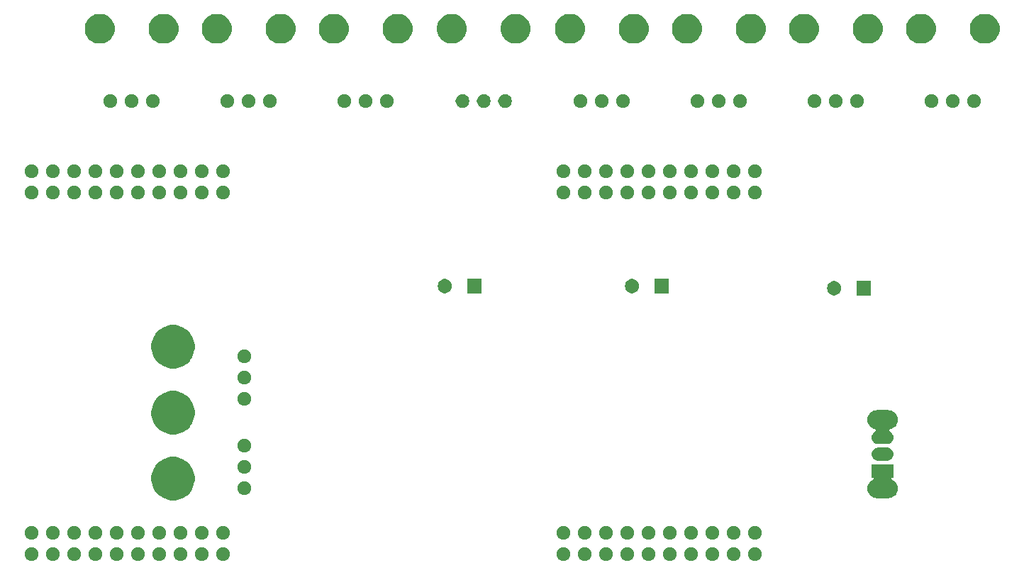
<source format=gbr>
G04 #@! TF.GenerationSoftware,KiCad,Pcbnew,5.1.5-52549c5~84~ubuntu18.04.1*
G04 #@! TF.CreationDate,2019-12-14T15:24:26-06:00*
G04 #@! TF.ProjectId,Gimbal_Board,47696d62-616c-45f4-926f-6172642e6b69,rev?*
G04 #@! TF.SameCoordinates,Original*
G04 #@! TF.FileFunction,Soldermask,Bot*
G04 #@! TF.FilePolarity,Negative*
%FSLAX46Y46*%
G04 Gerber Fmt 4.6, Leading zero omitted, Abs format (unit mm)*
G04 Created by KiCad (PCBNEW 5.1.5-52549c5~84~ubuntu18.04.1) date 2019-12-14 15:24:26*
%MOMM*%
%LPD*%
G04 APERTURE LIST*
%ADD10C,0.100000*%
G04 APERTURE END LIST*
D10*
G36*
X132316560Y-105900166D02*
G01*
X132464153Y-105961301D01*
X132596982Y-106050055D01*
X132709945Y-106163018D01*
X132798699Y-106295847D01*
X132859834Y-106443440D01*
X132891000Y-106600123D01*
X132891000Y-106759877D01*
X132859834Y-106916560D01*
X132798699Y-107064153D01*
X132709945Y-107196982D01*
X132596982Y-107309945D01*
X132464153Y-107398699D01*
X132464152Y-107398700D01*
X132464151Y-107398700D01*
X132316560Y-107459834D01*
X132159878Y-107491000D01*
X132000122Y-107491000D01*
X131843440Y-107459834D01*
X131695849Y-107398700D01*
X131695848Y-107398700D01*
X131695847Y-107398699D01*
X131563018Y-107309945D01*
X131450055Y-107196982D01*
X131361301Y-107064153D01*
X131300166Y-106916560D01*
X131269000Y-106759877D01*
X131269000Y-106600123D01*
X131300166Y-106443440D01*
X131361301Y-106295847D01*
X131450055Y-106163018D01*
X131563018Y-106050055D01*
X131695847Y-105961301D01*
X131843440Y-105900166D01*
X132000122Y-105869000D01*
X132159878Y-105869000D01*
X132316560Y-105900166D01*
G37*
G36*
X155176560Y-105900166D02*
G01*
X155324153Y-105961301D01*
X155456982Y-106050055D01*
X155569945Y-106163018D01*
X155658699Y-106295847D01*
X155719834Y-106443440D01*
X155751000Y-106600123D01*
X155751000Y-106759877D01*
X155719834Y-106916560D01*
X155658699Y-107064153D01*
X155569945Y-107196982D01*
X155456982Y-107309945D01*
X155324153Y-107398699D01*
X155324152Y-107398700D01*
X155324151Y-107398700D01*
X155176560Y-107459834D01*
X155019878Y-107491000D01*
X154860122Y-107491000D01*
X154703440Y-107459834D01*
X154555849Y-107398700D01*
X154555848Y-107398700D01*
X154555847Y-107398699D01*
X154423018Y-107309945D01*
X154310055Y-107196982D01*
X154221301Y-107064153D01*
X154160166Y-106916560D01*
X154129000Y-106759877D01*
X154129000Y-106600123D01*
X154160166Y-106443440D01*
X154221301Y-106295847D01*
X154310055Y-106163018D01*
X154423018Y-106050055D01*
X154555847Y-105961301D01*
X154703440Y-105900166D01*
X154860122Y-105869000D01*
X155019878Y-105869000D01*
X155176560Y-105900166D01*
G37*
G36*
X91676560Y-105900166D02*
G01*
X91824153Y-105961301D01*
X91956982Y-106050055D01*
X92069945Y-106163018D01*
X92158699Y-106295847D01*
X92219834Y-106443440D01*
X92251000Y-106600123D01*
X92251000Y-106759877D01*
X92219834Y-106916560D01*
X92158699Y-107064153D01*
X92069945Y-107196982D01*
X91956982Y-107309945D01*
X91824153Y-107398699D01*
X91824152Y-107398700D01*
X91824151Y-107398700D01*
X91676560Y-107459834D01*
X91519878Y-107491000D01*
X91360122Y-107491000D01*
X91203440Y-107459834D01*
X91055849Y-107398700D01*
X91055848Y-107398700D01*
X91055847Y-107398699D01*
X90923018Y-107309945D01*
X90810055Y-107196982D01*
X90721301Y-107064153D01*
X90660166Y-106916560D01*
X90629000Y-106759877D01*
X90629000Y-106600123D01*
X90660166Y-106443440D01*
X90721301Y-106295847D01*
X90810055Y-106163018D01*
X90923018Y-106050055D01*
X91055847Y-105961301D01*
X91203440Y-105900166D01*
X91360122Y-105869000D01*
X91519878Y-105869000D01*
X91676560Y-105900166D01*
G37*
G36*
X89136560Y-105900166D02*
G01*
X89284153Y-105961301D01*
X89416982Y-106050055D01*
X89529945Y-106163018D01*
X89618699Y-106295847D01*
X89679834Y-106443440D01*
X89711000Y-106600123D01*
X89711000Y-106759877D01*
X89679834Y-106916560D01*
X89618699Y-107064153D01*
X89529945Y-107196982D01*
X89416982Y-107309945D01*
X89284153Y-107398699D01*
X89284152Y-107398700D01*
X89284151Y-107398700D01*
X89136560Y-107459834D01*
X88979878Y-107491000D01*
X88820122Y-107491000D01*
X88663440Y-107459834D01*
X88515849Y-107398700D01*
X88515848Y-107398700D01*
X88515847Y-107398699D01*
X88383018Y-107309945D01*
X88270055Y-107196982D01*
X88181301Y-107064153D01*
X88120166Y-106916560D01*
X88089000Y-106759877D01*
X88089000Y-106600123D01*
X88120166Y-106443440D01*
X88181301Y-106295847D01*
X88270055Y-106163018D01*
X88383018Y-106050055D01*
X88515847Y-105961301D01*
X88663440Y-105900166D01*
X88820122Y-105869000D01*
X88979878Y-105869000D01*
X89136560Y-105900166D01*
G37*
G36*
X86596560Y-105900166D02*
G01*
X86744153Y-105961301D01*
X86876982Y-106050055D01*
X86989945Y-106163018D01*
X87078699Y-106295847D01*
X87139834Y-106443440D01*
X87171000Y-106600123D01*
X87171000Y-106759877D01*
X87139834Y-106916560D01*
X87078699Y-107064153D01*
X86989945Y-107196982D01*
X86876982Y-107309945D01*
X86744153Y-107398699D01*
X86744152Y-107398700D01*
X86744151Y-107398700D01*
X86596560Y-107459834D01*
X86439878Y-107491000D01*
X86280122Y-107491000D01*
X86123440Y-107459834D01*
X85975849Y-107398700D01*
X85975848Y-107398700D01*
X85975847Y-107398699D01*
X85843018Y-107309945D01*
X85730055Y-107196982D01*
X85641301Y-107064153D01*
X85580166Y-106916560D01*
X85549000Y-106759877D01*
X85549000Y-106600123D01*
X85580166Y-106443440D01*
X85641301Y-106295847D01*
X85730055Y-106163018D01*
X85843018Y-106050055D01*
X85975847Y-105961301D01*
X86123440Y-105900166D01*
X86280122Y-105869000D01*
X86439878Y-105869000D01*
X86596560Y-105900166D01*
G37*
G36*
X84056560Y-105900166D02*
G01*
X84204153Y-105961301D01*
X84336982Y-106050055D01*
X84449945Y-106163018D01*
X84538699Y-106295847D01*
X84599834Y-106443440D01*
X84631000Y-106600123D01*
X84631000Y-106759877D01*
X84599834Y-106916560D01*
X84538699Y-107064153D01*
X84449945Y-107196982D01*
X84336982Y-107309945D01*
X84204153Y-107398699D01*
X84204152Y-107398700D01*
X84204151Y-107398700D01*
X84056560Y-107459834D01*
X83899878Y-107491000D01*
X83740122Y-107491000D01*
X83583440Y-107459834D01*
X83435849Y-107398700D01*
X83435848Y-107398700D01*
X83435847Y-107398699D01*
X83303018Y-107309945D01*
X83190055Y-107196982D01*
X83101301Y-107064153D01*
X83040166Y-106916560D01*
X83009000Y-106759877D01*
X83009000Y-106600123D01*
X83040166Y-106443440D01*
X83101301Y-106295847D01*
X83190055Y-106163018D01*
X83303018Y-106050055D01*
X83435847Y-105961301D01*
X83583440Y-105900166D01*
X83740122Y-105869000D01*
X83899878Y-105869000D01*
X84056560Y-105900166D01*
G37*
G36*
X81516560Y-105900166D02*
G01*
X81664153Y-105961301D01*
X81796982Y-106050055D01*
X81909945Y-106163018D01*
X81998699Y-106295847D01*
X82059834Y-106443440D01*
X82091000Y-106600123D01*
X82091000Y-106759877D01*
X82059834Y-106916560D01*
X81998699Y-107064153D01*
X81909945Y-107196982D01*
X81796982Y-107309945D01*
X81664153Y-107398699D01*
X81664152Y-107398700D01*
X81664151Y-107398700D01*
X81516560Y-107459834D01*
X81359878Y-107491000D01*
X81200122Y-107491000D01*
X81043440Y-107459834D01*
X80895849Y-107398700D01*
X80895848Y-107398700D01*
X80895847Y-107398699D01*
X80763018Y-107309945D01*
X80650055Y-107196982D01*
X80561301Y-107064153D01*
X80500166Y-106916560D01*
X80469000Y-106759877D01*
X80469000Y-106600123D01*
X80500166Y-106443440D01*
X80561301Y-106295847D01*
X80650055Y-106163018D01*
X80763018Y-106050055D01*
X80895847Y-105961301D01*
X81043440Y-105900166D01*
X81200122Y-105869000D01*
X81359878Y-105869000D01*
X81516560Y-105900166D01*
G37*
G36*
X78976560Y-105900166D02*
G01*
X79124153Y-105961301D01*
X79256982Y-106050055D01*
X79369945Y-106163018D01*
X79458699Y-106295847D01*
X79519834Y-106443440D01*
X79551000Y-106600123D01*
X79551000Y-106759877D01*
X79519834Y-106916560D01*
X79458699Y-107064153D01*
X79369945Y-107196982D01*
X79256982Y-107309945D01*
X79124153Y-107398699D01*
X79124152Y-107398700D01*
X79124151Y-107398700D01*
X78976560Y-107459834D01*
X78819878Y-107491000D01*
X78660122Y-107491000D01*
X78503440Y-107459834D01*
X78355849Y-107398700D01*
X78355848Y-107398700D01*
X78355847Y-107398699D01*
X78223018Y-107309945D01*
X78110055Y-107196982D01*
X78021301Y-107064153D01*
X77960166Y-106916560D01*
X77929000Y-106759877D01*
X77929000Y-106600123D01*
X77960166Y-106443440D01*
X78021301Y-106295847D01*
X78110055Y-106163018D01*
X78223018Y-106050055D01*
X78355847Y-105961301D01*
X78503440Y-105900166D01*
X78660122Y-105869000D01*
X78819878Y-105869000D01*
X78976560Y-105900166D01*
G37*
G36*
X76436560Y-105900166D02*
G01*
X76584153Y-105961301D01*
X76716982Y-106050055D01*
X76829945Y-106163018D01*
X76918699Y-106295847D01*
X76979834Y-106443440D01*
X77011000Y-106600123D01*
X77011000Y-106759877D01*
X76979834Y-106916560D01*
X76918699Y-107064153D01*
X76829945Y-107196982D01*
X76716982Y-107309945D01*
X76584153Y-107398699D01*
X76584152Y-107398700D01*
X76584151Y-107398700D01*
X76436560Y-107459834D01*
X76279878Y-107491000D01*
X76120122Y-107491000D01*
X75963440Y-107459834D01*
X75815849Y-107398700D01*
X75815848Y-107398700D01*
X75815847Y-107398699D01*
X75683018Y-107309945D01*
X75570055Y-107196982D01*
X75481301Y-107064153D01*
X75420166Y-106916560D01*
X75389000Y-106759877D01*
X75389000Y-106600123D01*
X75420166Y-106443440D01*
X75481301Y-106295847D01*
X75570055Y-106163018D01*
X75683018Y-106050055D01*
X75815847Y-105961301D01*
X75963440Y-105900166D01*
X76120122Y-105869000D01*
X76279878Y-105869000D01*
X76436560Y-105900166D01*
G37*
G36*
X73896560Y-105900166D02*
G01*
X74044153Y-105961301D01*
X74176982Y-106050055D01*
X74289945Y-106163018D01*
X74378699Y-106295847D01*
X74439834Y-106443440D01*
X74471000Y-106600123D01*
X74471000Y-106759877D01*
X74439834Y-106916560D01*
X74378699Y-107064153D01*
X74289945Y-107196982D01*
X74176982Y-107309945D01*
X74044153Y-107398699D01*
X74044152Y-107398700D01*
X74044151Y-107398700D01*
X73896560Y-107459834D01*
X73739878Y-107491000D01*
X73580122Y-107491000D01*
X73423440Y-107459834D01*
X73275849Y-107398700D01*
X73275848Y-107398700D01*
X73275847Y-107398699D01*
X73143018Y-107309945D01*
X73030055Y-107196982D01*
X72941301Y-107064153D01*
X72880166Y-106916560D01*
X72849000Y-106759877D01*
X72849000Y-106600123D01*
X72880166Y-106443440D01*
X72941301Y-106295847D01*
X73030055Y-106163018D01*
X73143018Y-106050055D01*
X73275847Y-105961301D01*
X73423440Y-105900166D01*
X73580122Y-105869000D01*
X73739878Y-105869000D01*
X73896560Y-105900166D01*
G37*
G36*
X71356560Y-105900166D02*
G01*
X71504153Y-105961301D01*
X71636982Y-106050055D01*
X71749945Y-106163018D01*
X71838699Y-106295847D01*
X71899834Y-106443440D01*
X71931000Y-106600123D01*
X71931000Y-106759877D01*
X71899834Y-106916560D01*
X71838699Y-107064153D01*
X71749945Y-107196982D01*
X71636982Y-107309945D01*
X71504153Y-107398699D01*
X71504152Y-107398700D01*
X71504151Y-107398700D01*
X71356560Y-107459834D01*
X71199878Y-107491000D01*
X71040122Y-107491000D01*
X70883440Y-107459834D01*
X70735849Y-107398700D01*
X70735848Y-107398700D01*
X70735847Y-107398699D01*
X70603018Y-107309945D01*
X70490055Y-107196982D01*
X70401301Y-107064153D01*
X70340166Y-106916560D01*
X70309000Y-106759877D01*
X70309000Y-106600123D01*
X70340166Y-106443440D01*
X70401301Y-106295847D01*
X70490055Y-106163018D01*
X70603018Y-106050055D01*
X70735847Y-105961301D01*
X70883440Y-105900166D01*
X71040122Y-105869000D01*
X71199878Y-105869000D01*
X71356560Y-105900166D01*
G37*
G36*
X150096560Y-105900166D02*
G01*
X150244153Y-105961301D01*
X150376982Y-106050055D01*
X150489945Y-106163018D01*
X150578699Y-106295847D01*
X150639834Y-106443440D01*
X150671000Y-106600123D01*
X150671000Y-106759877D01*
X150639834Y-106916560D01*
X150578699Y-107064153D01*
X150489945Y-107196982D01*
X150376982Y-107309945D01*
X150244153Y-107398699D01*
X150244152Y-107398700D01*
X150244151Y-107398700D01*
X150096560Y-107459834D01*
X149939878Y-107491000D01*
X149780122Y-107491000D01*
X149623440Y-107459834D01*
X149475849Y-107398700D01*
X149475848Y-107398700D01*
X149475847Y-107398699D01*
X149343018Y-107309945D01*
X149230055Y-107196982D01*
X149141301Y-107064153D01*
X149080166Y-106916560D01*
X149049000Y-106759877D01*
X149049000Y-106600123D01*
X149080166Y-106443440D01*
X149141301Y-106295847D01*
X149230055Y-106163018D01*
X149343018Y-106050055D01*
X149475847Y-105961301D01*
X149623440Y-105900166D01*
X149780122Y-105869000D01*
X149939878Y-105869000D01*
X150096560Y-105900166D01*
G37*
G36*
X145016560Y-105900166D02*
G01*
X145164153Y-105961301D01*
X145296982Y-106050055D01*
X145409945Y-106163018D01*
X145498699Y-106295847D01*
X145559834Y-106443440D01*
X145591000Y-106600123D01*
X145591000Y-106759877D01*
X145559834Y-106916560D01*
X145498699Y-107064153D01*
X145409945Y-107196982D01*
X145296982Y-107309945D01*
X145164153Y-107398699D01*
X145164152Y-107398700D01*
X145164151Y-107398700D01*
X145016560Y-107459834D01*
X144859878Y-107491000D01*
X144700122Y-107491000D01*
X144543440Y-107459834D01*
X144395849Y-107398700D01*
X144395848Y-107398700D01*
X144395847Y-107398699D01*
X144263018Y-107309945D01*
X144150055Y-107196982D01*
X144061301Y-107064153D01*
X144000166Y-106916560D01*
X143969000Y-106759877D01*
X143969000Y-106600123D01*
X144000166Y-106443440D01*
X144061301Y-106295847D01*
X144150055Y-106163018D01*
X144263018Y-106050055D01*
X144395847Y-105961301D01*
X144543440Y-105900166D01*
X144700122Y-105869000D01*
X144859878Y-105869000D01*
X145016560Y-105900166D01*
G37*
G36*
X142476560Y-105900166D02*
G01*
X142624153Y-105961301D01*
X142756982Y-106050055D01*
X142869945Y-106163018D01*
X142958699Y-106295847D01*
X143019834Y-106443440D01*
X143051000Y-106600123D01*
X143051000Y-106759877D01*
X143019834Y-106916560D01*
X142958699Y-107064153D01*
X142869945Y-107196982D01*
X142756982Y-107309945D01*
X142624153Y-107398699D01*
X142624152Y-107398700D01*
X142624151Y-107398700D01*
X142476560Y-107459834D01*
X142319878Y-107491000D01*
X142160122Y-107491000D01*
X142003440Y-107459834D01*
X141855849Y-107398700D01*
X141855848Y-107398700D01*
X141855847Y-107398699D01*
X141723018Y-107309945D01*
X141610055Y-107196982D01*
X141521301Y-107064153D01*
X141460166Y-106916560D01*
X141429000Y-106759877D01*
X141429000Y-106600123D01*
X141460166Y-106443440D01*
X141521301Y-106295847D01*
X141610055Y-106163018D01*
X141723018Y-106050055D01*
X141855847Y-105961301D01*
X142003440Y-105900166D01*
X142160122Y-105869000D01*
X142319878Y-105869000D01*
X142476560Y-105900166D01*
G37*
G36*
X139936560Y-105900166D02*
G01*
X140084153Y-105961301D01*
X140216982Y-106050055D01*
X140329945Y-106163018D01*
X140418699Y-106295847D01*
X140479834Y-106443440D01*
X140511000Y-106600123D01*
X140511000Y-106759877D01*
X140479834Y-106916560D01*
X140418699Y-107064153D01*
X140329945Y-107196982D01*
X140216982Y-107309945D01*
X140084153Y-107398699D01*
X140084152Y-107398700D01*
X140084151Y-107398700D01*
X139936560Y-107459834D01*
X139779878Y-107491000D01*
X139620122Y-107491000D01*
X139463440Y-107459834D01*
X139315849Y-107398700D01*
X139315848Y-107398700D01*
X139315847Y-107398699D01*
X139183018Y-107309945D01*
X139070055Y-107196982D01*
X138981301Y-107064153D01*
X138920166Y-106916560D01*
X138889000Y-106759877D01*
X138889000Y-106600123D01*
X138920166Y-106443440D01*
X138981301Y-106295847D01*
X139070055Y-106163018D01*
X139183018Y-106050055D01*
X139315847Y-105961301D01*
X139463440Y-105900166D01*
X139620122Y-105869000D01*
X139779878Y-105869000D01*
X139936560Y-105900166D01*
G37*
G36*
X137396560Y-105900166D02*
G01*
X137544153Y-105961301D01*
X137676982Y-106050055D01*
X137789945Y-106163018D01*
X137878699Y-106295847D01*
X137939834Y-106443440D01*
X137971000Y-106600123D01*
X137971000Y-106759877D01*
X137939834Y-106916560D01*
X137878699Y-107064153D01*
X137789945Y-107196982D01*
X137676982Y-107309945D01*
X137544153Y-107398699D01*
X137544152Y-107398700D01*
X137544151Y-107398700D01*
X137396560Y-107459834D01*
X137239878Y-107491000D01*
X137080122Y-107491000D01*
X136923440Y-107459834D01*
X136775849Y-107398700D01*
X136775848Y-107398700D01*
X136775847Y-107398699D01*
X136643018Y-107309945D01*
X136530055Y-107196982D01*
X136441301Y-107064153D01*
X136380166Y-106916560D01*
X136349000Y-106759877D01*
X136349000Y-106600123D01*
X136380166Y-106443440D01*
X136441301Y-106295847D01*
X136530055Y-106163018D01*
X136643018Y-106050055D01*
X136775847Y-105961301D01*
X136923440Y-105900166D01*
X137080122Y-105869000D01*
X137239878Y-105869000D01*
X137396560Y-105900166D01*
G37*
G36*
X134856560Y-105900166D02*
G01*
X135004153Y-105961301D01*
X135136982Y-106050055D01*
X135249945Y-106163018D01*
X135338699Y-106295847D01*
X135399834Y-106443440D01*
X135431000Y-106600123D01*
X135431000Y-106759877D01*
X135399834Y-106916560D01*
X135338699Y-107064153D01*
X135249945Y-107196982D01*
X135136982Y-107309945D01*
X135004153Y-107398699D01*
X135004152Y-107398700D01*
X135004151Y-107398700D01*
X134856560Y-107459834D01*
X134699878Y-107491000D01*
X134540122Y-107491000D01*
X134383440Y-107459834D01*
X134235849Y-107398700D01*
X134235848Y-107398700D01*
X134235847Y-107398699D01*
X134103018Y-107309945D01*
X133990055Y-107196982D01*
X133901301Y-107064153D01*
X133840166Y-106916560D01*
X133809000Y-106759877D01*
X133809000Y-106600123D01*
X133840166Y-106443440D01*
X133901301Y-106295847D01*
X133990055Y-106163018D01*
X134103018Y-106050055D01*
X134235847Y-105961301D01*
X134383440Y-105900166D01*
X134540122Y-105869000D01*
X134699878Y-105869000D01*
X134856560Y-105900166D01*
G37*
G36*
X152636560Y-105900166D02*
G01*
X152784153Y-105961301D01*
X152916982Y-106050055D01*
X153029945Y-106163018D01*
X153118699Y-106295847D01*
X153179834Y-106443440D01*
X153211000Y-106600123D01*
X153211000Y-106759877D01*
X153179834Y-106916560D01*
X153118699Y-107064153D01*
X153029945Y-107196982D01*
X152916982Y-107309945D01*
X152784153Y-107398699D01*
X152784152Y-107398700D01*
X152784151Y-107398700D01*
X152636560Y-107459834D01*
X152479878Y-107491000D01*
X152320122Y-107491000D01*
X152163440Y-107459834D01*
X152015849Y-107398700D01*
X152015848Y-107398700D01*
X152015847Y-107398699D01*
X151883018Y-107309945D01*
X151770055Y-107196982D01*
X151681301Y-107064153D01*
X151620166Y-106916560D01*
X151589000Y-106759877D01*
X151589000Y-106600123D01*
X151620166Y-106443440D01*
X151681301Y-106295847D01*
X151770055Y-106163018D01*
X151883018Y-106050055D01*
X152015847Y-105961301D01*
X152163440Y-105900166D01*
X152320122Y-105869000D01*
X152479878Y-105869000D01*
X152636560Y-105900166D01*
G37*
G36*
X147556560Y-105900166D02*
G01*
X147704153Y-105961301D01*
X147836982Y-106050055D01*
X147949945Y-106163018D01*
X148038699Y-106295847D01*
X148099834Y-106443440D01*
X148131000Y-106600123D01*
X148131000Y-106759877D01*
X148099834Y-106916560D01*
X148038699Y-107064153D01*
X147949945Y-107196982D01*
X147836982Y-107309945D01*
X147704153Y-107398699D01*
X147704152Y-107398700D01*
X147704151Y-107398700D01*
X147556560Y-107459834D01*
X147399878Y-107491000D01*
X147240122Y-107491000D01*
X147083440Y-107459834D01*
X146935849Y-107398700D01*
X146935848Y-107398700D01*
X146935847Y-107398699D01*
X146803018Y-107309945D01*
X146690055Y-107196982D01*
X146601301Y-107064153D01*
X146540166Y-106916560D01*
X146509000Y-106759877D01*
X146509000Y-106600123D01*
X146540166Y-106443440D01*
X146601301Y-106295847D01*
X146690055Y-106163018D01*
X146803018Y-106050055D01*
X146935847Y-105961301D01*
X147083440Y-105900166D01*
X147240122Y-105869000D01*
X147399878Y-105869000D01*
X147556560Y-105900166D01*
G37*
G36*
X68816560Y-105900166D02*
G01*
X68964153Y-105961301D01*
X69096982Y-106050055D01*
X69209945Y-106163018D01*
X69298699Y-106295847D01*
X69359834Y-106443440D01*
X69391000Y-106600123D01*
X69391000Y-106759877D01*
X69359834Y-106916560D01*
X69298699Y-107064153D01*
X69209945Y-107196982D01*
X69096982Y-107309945D01*
X68964153Y-107398699D01*
X68964152Y-107398700D01*
X68964151Y-107398700D01*
X68816560Y-107459834D01*
X68659878Y-107491000D01*
X68500122Y-107491000D01*
X68343440Y-107459834D01*
X68195849Y-107398700D01*
X68195848Y-107398700D01*
X68195847Y-107398699D01*
X68063018Y-107309945D01*
X67950055Y-107196982D01*
X67861301Y-107064153D01*
X67800166Y-106916560D01*
X67769000Y-106759877D01*
X67769000Y-106600123D01*
X67800166Y-106443440D01*
X67861301Y-106295847D01*
X67950055Y-106163018D01*
X68063018Y-106050055D01*
X68195847Y-105961301D01*
X68343440Y-105900166D01*
X68500122Y-105869000D01*
X68659878Y-105869000D01*
X68816560Y-105900166D01*
G37*
G36*
X134856560Y-103360166D02*
G01*
X135004153Y-103421301D01*
X135136982Y-103510055D01*
X135249945Y-103623018D01*
X135338699Y-103755847D01*
X135399834Y-103903440D01*
X135431000Y-104060123D01*
X135431000Y-104219877D01*
X135399834Y-104376560D01*
X135338699Y-104524153D01*
X135249945Y-104656982D01*
X135136982Y-104769945D01*
X135004153Y-104858699D01*
X135004152Y-104858700D01*
X135004151Y-104858700D01*
X134856560Y-104919834D01*
X134699878Y-104951000D01*
X134540122Y-104951000D01*
X134383440Y-104919834D01*
X134235849Y-104858700D01*
X134235848Y-104858700D01*
X134235847Y-104858699D01*
X134103018Y-104769945D01*
X133990055Y-104656982D01*
X133901301Y-104524153D01*
X133840166Y-104376560D01*
X133809000Y-104219877D01*
X133809000Y-104060123D01*
X133840166Y-103903440D01*
X133901301Y-103755847D01*
X133990055Y-103623018D01*
X134103018Y-103510055D01*
X134235847Y-103421301D01*
X134383440Y-103360166D01*
X134540122Y-103329000D01*
X134699878Y-103329000D01*
X134856560Y-103360166D01*
G37*
G36*
X137396560Y-103360166D02*
G01*
X137544153Y-103421301D01*
X137676982Y-103510055D01*
X137789945Y-103623018D01*
X137878699Y-103755847D01*
X137939834Y-103903440D01*
X137971000Y-104060123D01*
X137971000Y-104219877D01*
X137939834Y-104376560D01*
X137878699Y-104524153D01*
X137789945Y-104656982D01*
X137676982Y-104769945D01*
X137544153Y-104858699D01*
X137544152Y-104858700D01*
X137544151Y-104858700D01*
X137396560Y-104919834D01*
X137239878Y-104951000D01*
X137080122Y-104951000D01*
X136923440Y-104919834D01*
X136775849Y-104858700D01*
X136775848Y-104858700D01*
X136775847Y-104858699D01*
X136643018Y-104769945D01*
X136530055Y-104656982D01*
X136441301Y-104524153D01*
X136380166Y-104376560D01*
X136349000Y-104219877D01*
X136349000Y-104060123D01*
X136380166Y-103903440D01*
X136441301Y-103755847D01*
X136530055Y-103623018D01*
X136643018Y-103510055D01*
X136775847Y-103421301D01*
X136923440Y-103360166D01*
X137080122Y-103329000D01*
X137239878Y-103329000D01*
X137396560Y-103360166D01*
G37*
G36*
X139936560Y-103360166D02*
G01*
X140084153Y-103421301D01*
X140216982Y-103510055D01*
X140329945Y-103623018D01*
X140418699Y-103755847D01*
X140479834Y-103903440D01*
X140511000Y-104060123D01*
X140511000Y-104219877D01*
X140479834Y-104376560D01*
X140418699Y-104524153D01*
X140329945Y-104656982D01*
X140216982Y-104769945D01*
X140084153Y-104858699D01*
X140084152Y-104858700D01*
X140084151Y-104858700D01*
X139936560Y-104919834D01*
X139779878Y-104951000D01*
X139620122Y-104951000D01*
X139463440Y-104919834D01*
X139315849Y-104858700D01*
X139315848Y-104858700D01*
X139315847Y-104858699D01*
X139183018Y-104769945D01*
X139070055Y-104656982D01*
X138981301Y-104524153D01*
X138920166Y-104376560D01*
X138889000Y-104219877D01*
X138889000Y-104060123D01*
X138920166Y-103903440D01*
X138981301Y-103755847D01*
X139070055Y-103623018D01*
X139183018Y-103510055D01*
X139315847Y-103421301D01*
X139463440Y-103360166D01*
X139620122Y-103329000D01*
X139779878Y-103329000D01*
X139936560Y-103360166D01*
G37*
G36*
X68816560Y-103360166D02*
G01*
X68964153Y-103421301D01*
X69096982Y-103510055D01*
X69209945Y-103623018D01*
X69298699Y-103755847D01*
X69359834Y-103903440D01*
X69391000Y-104060123D01*
X69391000Y-104219877D01*
X69359834Y-104376560D01*
X69298699Y-104524153D01*
X69209945Y-104656982D01*
X69096982Y-104769945D01*
X68964153Y-104858699D01*
X68964152Y-104858700D01*
X68964151Y-104858700D01*
X68816560Y-104919834D01*
X68659878Y-104951000D01*
X68500122Y-104951000D01*
X68343440Y-104919834D01*
X68195849Y-104858700D01*
X68195848Y-104858700D01*
X68195847Y-104858699D01*
X68063018Y-104769945D01*
X67950055Y-104656982D01*
X67861301Y-104524153D01*
X67800166Y-104376560D01*
X67769000Y-104219877D01*
X67769000Y-104060123D01*
X67800166Y-103903440D01*
X67861301Y-103755847D01*
X67950055Y-103623018D01*
X68063018Y-103510055D01*
X68195847Y-103421301D01*
X68343440Y-103360166D01*
X68500122Y-103329000D01*
X68659878Y-103329000D01*
X68816560Y-103360166D01*
G37*
G36*
X73896560Y-103360166D02*
G01*
X74044153Y-103421301D01*
X74176982Y-103510055D01*
X74289945Y-103623018D01*
X74378699Y-103755847D01*
X74439834Y-103903440D01*
X74471000Y-104060123D01*
X74471000Y-104219877D01*
X74439834Y-104376560D01*
X74378699Y-104524153D01*
X74289945Y-104656982D01*
X74176982Y-104769945D01*
X74044153Y-104858699D01*
X74044152Y-104858700D01*
X74044151Y-104858700D01*
X73896560Y-104919834D01*
X73739878Y-104951000D01*
X73580122Y-104951000D01*
X73423440Y-104919834D01*
X73275849Y-104858700D01*
X73275848Y-104858700D01*
X73275847Y-104858699D01*
X73143018Y-104769945D01*
X73030055Y-104656982D01*
X72941301Y-104524153D01*
X72880166Y-104376560D01*
X72849000Y-104219877D01*
X72849000Y-104060123D01*
X72880166Y-103903440D01*
X72941301Y-103755847D01*
X73030055Y-103623018D01*
X73143018Y-103510055D01*
X73275847Y-103421301D01*
X73423440Y-103360166D01*
X73580122Y-103329000D01*
X73739878Y-103329000D01*
X73896560Y-103360166D01*
G37*
G36*
X91676560Y-103360166D02*
G01*
X91824153Y-103421301D01*
X91956982Y-103510055D01*
X92069945Y-103623018D01*
X92158699Y-103755847D01*
X92219834Y-103903440D01*
X92251000Y-104060123D01*
X92251000Y-104219877D01*
X92219834Y-104376560D01*
X92158699Y-104524153D01*
X92069945Y-104656982D01*
X91956982Y-104769945D01*
X91824153Y-104858699D01*
X91824152Y-104858700D01*
X91824151Y-104858700D01*
X91676560Y-104919834D01*
X91519878Y-104951000D01*
X91360122Y-104951000D01*
X91203440Y-104919834D01*
X91055849Y-104858700D01*
X91055848Y-104858700D01*
X91055847Y-104858699D01*
X90923018Y-104769945D01*
X90810055Y-104656982D01*
X90721301Y-104524153D01*
X90660166Y-104376560D01*
X90629000Y-104219877D01*
X90629000Y-104060123D01*
X90660166Y-103903440D01*
X90721301Y-103755847D01*
X90810055Y-103623018D01*
X90923018Y-103510055D01*
X91055847Y-103421301D01*
X91203440Y-103360166D01*
X91360122Y-103329000D01*
X91519878Y-103329000D01*
X91676560Y-103360166D01*
G37*
G36*
X89136560Y-103360166D02*
G01*
X89284153Y-103421301D01*
X89416982Y-103510055D01*
X89529945Y-103623018D01*
X89618699Y-103755847D01*
X89679834Y-103903440D01*
X89711000Y-104060123D01*
X89711000Y-104219877D01*
X89679834Y-104376560D01*
X89618699Y-104524153D01*
X89529945Y-104656982D01*
X89416982Y-104769945D01*
X89284153Y-104858699D01*
X89284152Y-104858700D01*
X89284151Y-104858700D01*
X89136560Y-104919834D01*
X88979878Y-104951000D01*
X88820122Y-104951000D01*
X88663440Y-104919834D01*
X88515849Y-104858700D01*
X88515848Y-104858700D01*
X88515847Y-104858699D01*
X88383018Y-104769945D01*
X88270055Y-104656982D01*
X88181301Y-104524153D01*
X88120166Y-104376560D01*
X88089000Y-104219877D01*
X88089000Y-104060123D01*
X88120166Y-103903440D01*
X88181301Y-103755847D01*
X88270055Y-103623018D01*
X88383018Y-103510055D01*
X88515847Y-103421301D01*
X88663440Y-103360166D01*
X88820122Y-103329000D01*
X88979878Y-103329000D01*
X89136560Y-103360166D01*
G37*
G36*
X86596560Y-103360166D02*
G01*
X86744153Y-103421301D01*
X86876982Y-103510055D01*
X86989945Y-103623018D01*
X87078699Y-103755847D01*
X87139834Y-103903440D01*
X87171000Y-104060123D01*
X87171000Y-104219877D01*
X87139834Y-104376560D01*
X87078699Y-104524153D01*
X86989945Y-104656982D01*
X86876982Y-104769945D01*
X86744153Y-104858699D01*
X86744152Y-104858700D01*
X86744151Y-104858700D01*
X86596560Y-104919834D01*
X86439878Y-104951000D01*
X86280122Y-104951000D01*
X86123440Y-104919834D01*
X85975849Y-104858700D01*
X85975848Y-104858700D01*
X85975847Y-104858699D01*
X85843018Y-104769945D01*
X85730055Y-104656982D01*
X85641301Y-104524153D01*
X85580166Y-104376560D01*
X85549000Y-104219877D01*
X85549000Y-104060123D01*
X85580166Y-103903440D01*
X85641301Y-103755847D01*
X85730055Y-103623018D01*
X85843018Y-103510055D01*
X85975847Y-103421301D01*
X86123440Y-103360166D01*
X86280122Y-103329000D01*
X86439878Y-103329000D01*
X86596560Y-103360166D01*
G37*
G36*
X84056560Y-103360166D02*
G01*
X84204153Y-103421301D01*
X84336982Y-103510055D01*
X84449945Y-103623018D01*
X84538699Y-103755847D01*
X84599834Y-103903440D01*
X84631000Y-104060123D01*
X84631000Y-104219877D01*
X84599834Y-104376560D01*
X84538699Y-104524153D01*
X84449945Y-104656982D01*
X84336982Y-104769945D01*
X84204153Y-104858699D01*
X84204152Y-104858700D01*
X84204151Y-104858700D01*
X84056560Y-104919834D01*
X83899878Y-104951000D01*
X83740122Y-104951000D01*
X83583440Y-104919834D01*
X83435849Y-104858700D01*
X83435848Y-104858700D01*
X83435847Y-104858699D01*
X83303018Y-104769945D01*
X83190055Y-104656982D01*
X83101301Y-104524153D01*
X83040166Y-104376560D01*
X83009000Y-104219877D01*
X83009000Y-104060123D01*
X83040166Y-103903440D01*
X83101301Y-103755847D01*
X83190055Y-103623018D01*
X83303018Y-103510055D01*
X83435847Y-103421301D01*
X83583440Y-103360166D01*
X83740122Y-103329000D01*
X83899878Y-103329000D01*
X84056560Y-103360166D01*
G37*
G36*
X71356560Y-103360166D02*
G01*
X71504153Y-103421301D01*
X71636982Y-103510055D01*
X71749945Y-103623018D01*
X71838699Y-103755847D01*
X71899834Y-103903440D01*
X71931000Y-104060123D01*
X71931000Y-104219877D01*
X71899834Y-104376560D01*
X71838699Y-104524153D01*
X71749945Y-104656982D01*
X71636982Y-104769945D01*
X71504153Y-104858699D01*
X71504152Y-104858700D01*
X71504151Y-104858700D01*
X71356560Y-104919834D01*
X71199878Y-104951000D01*
X71040122Y-104951000D01*
X70883440Y-104919834D01*
X70735849Y-104858700D01*
X70735848Y-104858700D01*
X70735847Y-104858699D01*
X70603018Y-104769945D01*
X70490055Y-104656982D01*
X70401301Y-104524153D01*
X70340166Y-104376560D01*
X70309000Y-104219877D01*
X70309000Y-104060123D01*
X70340166Y-103903440D01*
X70401301Y-103755847D01*
X70490055Y-103623018D01*
X70603018Y-103510055D01*
X70735847Y-103421301D01*
X70883440Y-103360166D01*
X71040122Y-103329000D01*
X71199878Y-103329000D01*
X71356560Y-103360166D01*
G37*
G36*
X145016560Y-103360166D02*
G01*
X145164153Y-103421301D01*
X145296982Y-103510055D01*
X145409945Y-103623018D01*
X145498699Y-103755847D01*
X145559834Y-103903440D01*
X145591000Y-104060123D01*
X145591000Y-104219877D01*
X145559834Y-104376560D01*
X145498699Y-104524153D01*
X145409945Y-104656982D01*
X145296982Y-104769945D01*
X145164153Y-104858699D01*
X145164152Y-104858700D01*
X145164151Y-104858700D01*
X145016560Y-104919834D01*
X144859878Y-104951000D01*
X144700122Y-104951000D01*
X144543440Y-104919834D01*
X144395849Y-104858700D01*
X144395848Y-104858700D01*
X144395847Y-104858699D01*
X144263018Y-104769945D01*
X144150055Y-104656982D01*
X144061301Y-104524153D01*
X144000166Y-104376560D01*
X143969000Y-104219877D01*
X143969000Y-104060123D01*
X144000166Y-103903440D01*
X144061301Y-103755847D01*
X144150055Y-103623018D01*
X144263018Y-103510055D01*
X144395847Y-103421301D01*
X144543440Y-103360166D01*
X144700122Y-103329000D01*
X144859878Y-103329000D01*
X145016560Y-103360166D01*
G37*
G36*
X132316560Y-103360166D02*
G01*
X132464153Y-103421301D01*
X132596982Y-103510055D01*
X132709945Y-103623018D01*
X132798699Y-103755847D01*
X132859834Y-103903440D01*
X132891000Y-104060123D01*
X132891000Y-104219877D01*
X132859834Y-104376560D01*
X132798699Y-104524153D01*
X132709945Y-104656982D01*
X132596982Y-104769945D01*
X132464153Y-104858699D01*
X132464152Y-104858700D01*
X132464151Y-104858700D01*
X132316560Y-104919834D01*
X132159878Y-104951000D01*
X132000122Y-104951000D01*
X131843440Y-104919834D01*
X131695849Y-104858700D01*
X131695848Y-104858700D01*
X131695847Y-104858699D01*
X131563018Y-104769945D01*
X131450055Y-104656982D01*
X131361301Y-104524153D01*
X131300166Y-104376560D01*
X131269000Y-104219877D01*
X131269000Y-104060123D01*
X131300166Y-103903440D01*
X131361301Y-103755847D01*
X131450055Y-103623018D01*
X131563018Y-103510055D01*
X131695847Y-103421301D01*
X131843440Y-103360166D01*
X132000122Y-103329000D01*
X132159878Y-103329000D01*
X132316560Y-103360166D01*
G37*
G36*
X142476560Y-103360166D02*
G01*
X142624153Y-103421301D01*
X142756982Y-103510055D01*
X142869945Y-103623018D01*
X142958699Y-103755847D01*
X143019834Y-103903440D01*
X143051000Y-104060123D01*
X143051000Y-104219877D01*
X143019834Y-104376560D01*
X142958699Y-104524153D01*
X142869945Y-104656982D01*
X142756982Y-104769945D01*
X142624153Y-104858699D01*
X142624152Y-104858700D01*
X142624151Y-104858700D01*
X142476560Y-104919834D01*
X142319878Y-104951000D01*
X142160122Y-104951000D01*
X142003440Y-104919834D01*
X141855849Y-104858700D01*
X141855848Y-104858700D01*
X141855847Y-104858699D01*
X141723018Y-104769945D01*
X141610055Y-104656982D01*
X141521301Y-104524153D01*
X141460166Y-104376560D01*
X141429000Y-104219877D01*
X141429000Y-104060123D01*
X141460166Y-103903440D01*
X141521301Y-103755847D01*
X141610055Y-103623018D01*
X141723018Y-103510055D01*
X141855847Y-103421301D01*
X142003440Y-103360166D01*
X142160122Y-103329000D01*
X142319878Y-103329000D01*
X142476560Y-103360166D01*
G37*
G36*
X147556560Y-103360166D02*
G01*
X147704153Y-103421301D01*
X147836982Y-103510055D01*
X147949945Y-103623018D01*
X148038699Y-103755847D01*
X148099834Y-103903440D01*
X148131000Y-104060123D01*
X148131000Y-104219877D01*
X148099834Y-104376560D01*
X148038699Y-104524153D01*
X147949945Y-104656982D01*
X147836982Y-104769945D01*
X147704153Y-104858699D01*
X147704152Y-104858700D01*
X147704151Y-104858700D01*
X147556560Y-104919834D01*
X147399878Y-104951000D01*
X147240122Y-104951000D01*
X147083440Y-104919834D01*
X146935849Y-104858700D01*
X146935848Y-104858700D01*
X146935847Y-104858699D01*
X146803018Y-104769945D01*
X146690055Y-104656982D01*
X146601301Y-104524153D01*
X146540166Y-104376560D01*
X146509000Y-104219877D01*
X146509000Y-104060123D01*
X146540166Y-103903440D01*
X146601301Y-103755847D01*
X146690055Y-103623018D01*
X146803018Y-103510055D01*
X146935847Y-103421301D01*
X147083440Y-103360166D01*
X147240122Y-103329000D01*
X147399878Y-103329000D01*
X147556560Y-103360166D01*
G37*
G36*
X150096560Y-103360166D02*
G01*
X150244153Y-103421301D01*
X150376982Y-103510055D01*
X150489945Y-103623018D01*
X150578699Y-103755847D01*
X150639834Y-103903440D01*
X150671000Y-104060123D01*
X150671000Y-104219877D01*
X150639834Y-104376560D01*
X150578699Y-104524153D01*
X150489945Y-104656982D01*
X150376982Y-104769945D01*
X150244153Y-104858699D01*
X150244152Y-104858700D01*
X150244151Y-104858700D01*
X150096560Y-104919834D01*
X149939878Y-104951000D01*
X149780122Y-104951000D01*
X149623440Y-104919834D01*
X149475849Y-104858700D01*
X149475848Y-104858700D01*
X149475847Y-104858699D01*
X149343018Y-104769945D01*
X149230055Y-104656982D01*
X149141301Y-104524153D01*
X149080166Y-104376560D01*
X149049000Y-104219877D01*
X149049000Y-104060123D01*
X149080166Y-103903440D01*
X149141301Y-103755847D01*
X149230055Y-103623018D01*
X149343018Y-103510055D01*
X149475847Y-103421301D01*
X149623440Y-103360166D01*
X149780122Y-103329000D01*
X149939878Y-103329000D01*
X150096560Y-103360166D01*
G37*
G36*
X78976560Y-103360166D02*
G01*
X79124153Y-103421301D01*
X79256982Y-103510055D01*
X79369945Y-103623018D01*
X79458699Y-103755847D01*
X79519834Y-103903440D01*
X79551000Y-104060123D01*
X79551000Y-104219877D01*
X79519834Y-104376560D01*
X79458699Y-104524153D01*
X79369945Y-104656982D01*
X79256982Y-104769945D01*
X79124153Y-104858699D01*
X79124152Y-104858700D01*
X79124151Y-104858700D01*
X78976560Y-104919834D01*
X78819878Y-104951000D01*
X78660122Y-104951000D01*
X78503440Y-104919834D01*
X78355849Y-104858700D01*
X78355848Y-104858700D01*
X78355847Y-104858699D01*
X78223018Y-104769945D01*
X78110055Y-104656982D01*
X78021301Y-104524153D01*
X77960166Y-104376560D01*
X77929000Y-104219877D01*
X77929000Y-104060123D01*
X77960166Y-103903440D01*
X78021301Y-103755847D01*
X78110055Y-103623018D01*
X78223018Y-103510055D01*
X78355847Y-103421301D01*
X78503440Y-103360166D01*
X78660122Y-103329000D01*
X78819878Y-103329000D01*
X78976560Y-103360166D01*
G37*
G36*
X81516560Y-103360166D02*
G01*
X81664153Y-103421301D01*
X81796982Y-103510055D01*
X81909945Y-103623018D01*
X81998699Y-103755847D01*
X82059834Y-103903440D01*
X82091000Y-104060123D01*
X82091000Y-104219877D01*
X82059834Y-104376560D01*
X81998699Y-104524153D01*
X81909945Y-104656982D01*
X81796982Y-104769945D01*
X81664153Y-104858699D01*
X81664152Y-104858700D01*
X81664151Y-104858700D01*
X81516560Y-104919834D01*
X81359878Y-104951000D01*
X81200122Y-104951000D01*
X81043440Y-104919834D01*
X80895849Y-104858700D01*
X80895848Y-104858700D01*
X80895847Y-104858699D01*
X80763018Y-104769945D01*
X80650055Y-104656982D01*
X80561301Y-104524153D01*
X80500166Y-104376560D01*
X80469000Y-104219877D01*
X80469000Y-104060123D01*
X80500166Y-103903440D01*
X80561301Y-103755847D01*
X80650055Y-103623018D01*
X80763018Y-103510055D01*
X80895847Y-103421301D01*
X81043440Y-103360166D01*
X81200122Y-103329000D01*
X81359878Y-103329000D01*
X81516560Y-103360166D01*
G37*
G36*
X155176560Y-103360166D02*
G01*
X155324153Y-103421301D01*
X155456982Y-103510055D01*
X155569945Y-103623018D01*
X155658699Y-103755847D01*
X155719834Y-103903440D01*
X155751000Y-104060123D01*
X155751000Y-104219877D01*
X155719834Y-104376560D01*
X155658699Y-104524153D01*
X155569945Y-104656982D01*
X155456982Y-104769945D01*
X155324153Y-104858699D01*
X155324152Y-104858700D01*
X155324151Y-104858700D01*
X155176560Y-104919834D01*
X155019878Y-104951000D01*
X154860122Y-104951000D01*
X154703440Y-104919834D01*
X154555849Y-104858700D01*
X154555848Y-104858700D01*
X154555847Y-104858699D01*
X154423018Y-104769945D01*
X154310055Y-104656982D01*
X154221301Y-104524153D01*
X154160166Y-104376560D01*
X154129000Y-104219877D01*
X154129000Y-104060123D01*
X154160166Y-103903440D01*
X154221301Y-103755847D01*
X154310055Y-103623018D01*
X154423018Y-103510055D01*
X154555847Y-103421301D01*
X154703440Y-103360166D01*
X154860122Y-103329000D01*
X155019878Y-103329000D01*
X155176560Y-103360166D01*
G37*
G36*
X152636560Y-103360166D02*
G01*
X152784153Y-103421301D01*
X152916982Y-103510055D01*
X153029945Y-103623018D01*
X153118699Y-103755847D01*
X153179834Y-103903440D01*
X153211000Y-104060123D01*
X153211000Y-104219877D01*
X153179834Y-104376560D01*
X153118699Y-104524153D01*
X153029945Y-104656982D01*
X152916982Y-104769945D01*
X152784153Y-104858699D01*
X152784152Y-104858700D01*
X152784151Y-104858700D01*
X152636560Y-104919834D01*
X152479878Y-104951000D01*
X152320122Y-104951000D01*
X152163440Y-104919834D01*
X152015849Y-104858700D01*
X152015848Y-104858700D01*
X152015847Y-104858699D01*
X151883018Y-104769945D01*
X151770055Y-104656982D01*
X151681301Y-104524153D01*
X151620166Y-104376560D01*
X151589000Y-104219877D01*
X151589000Y-104060123D01*
X151620166Y-103903440D01*
X151681301Y-103755847D01*
X151770055Y-103623018D01*
X151883018Y-103510055D01*
X152015847Y-103421301D01*
X152163440Y-103360166D01*
X152320122Y-103329000D01*
X152479878Y-103329000D01*
X152636560Y-103360166D01*
G37*
G36*
X76436560Y-103360166D02*
G01*
X76584153Y-103421301D01*
X76716982Y-103510055D01*
X76829945Y-103623018D01*
X76918699Y-103755847D01*
X76979834Y-103903440D01*
X77011000Y-104060123D01*
X77011000Y-104219877D01*
X76979834Y-104376560D01*
X76918699Y-104524153D01*
X76829945Y-104656982D01*
X76716982Y-104769945D01*
X76584153Y-104858699D01*
X76584152Y-104858700D01*
X76584151Y-104858700D01*
X76436560Y-104919834D01*
X76279878Y-104951000D01*
X76120122Y-104951000D01*
X75963440Y-104919834D01*
X75815849Y-104858700D01*
X75815848Y-104858700D01*
X75815847Y-104858699D01*
X75683018Y-104769945D01*
X75570055Y-104656982D01*
X75481301Y-104524153D01*
X75420166Y-104376560D01*
X75389000Y-104219877D01*
X75389000Y-104060123D01*
X75420166Y-103903440D01*
X75481301Y-103755847D01*
X75570055Y-103623018D01*
X75683018Y-103510055D01*
X75815847Y-103421301D01*
X75963440Y-103360166D01*
X76120122Y-103329000D01*
X76279878Y-103329000D01*
X76436560Y-103360166D01*
G37*
G36*
X86059908Y-95138380D02*
G01*
X86226767Y-95171570D01*
X86698299Y-95366885D01*
X86941029Y-95529073D01*
X87122666Y-95650438D01*
X87483562Y-96011334D01*
X87600219Y-96185925D01*
X87767115Y-96435701D01*
X87962430Y-96907233D01*
X87962430Y-96907234D01*
X88062000Y-97407807D01*
X88062000Y-97918193D01*
X88040905Y-98024243D01*
X87962430Y-98418767D01*
X87767115Y-98890299D01*
X87648623Y-99067634D01*
X87483562Y-99314666D01*
X87122666Y-99675562D01*
X86941029Y-99796927D01*
X86698299Y-99959115D01*
X86226767Y-100154430D01*
X86059908Y-100187620D01*
X85726193Y-100254000D01*
X85215807Y-100254000D01*
X84882092Y-100187620D01*
X84715233Y-100154430D01*
X84243701Y-99959115D01*
X84000971Y-99796927D01*
X83819334Y-99675562D01*
X83458438Y-99314666D01*
X83293377Y-99067634D01*
X83174885Y-98890299D01*
X82979570Y-98418767D01*
X82901095Y-98024243D01*
X82880000Y-97918193D01*
X82880000Y-97407807D01*
X82979570Y-96907234D01*
X82979570Y-96907233D01*
X83174885Y-96435701D01*
X83341781Y-96185925D01*
X83458438Y-96011334D01*
X83819334Y-95650438D01*
X84000971Y-95529073D01*
X84243701Y-95366885D01*
X84715233Y-95171570D01*
X84882092Y-95138380D01*
X85215807Y-95072000D01*
X85726193Y-95072000D01*
X86059908Y-95138380D01*
G37*
G36*
X171481000Y-97543000D02*
G01*
X171340445Y-97543000D01*
X171316059Y-97545402D01*
X171292610Y-97552515D01*
X171270999Y-97564066D01*
X171252057Y-97579611D01*
X171236512Y-97598553D01*
X171224961Y-97620164D01*
X171217848Y-97643613D01*
X171215446Y-97667999D01*
X171217848Y-97692385D01*
X171224961Y-97715834D01*
X171236512Y-97737445D01*
X171252057Y-97756387D01*
X171270999Y-97771932D01*
X171281521Y-97778238D01*
X171472555Y-97880347D01*
X171647818Y-98024182D01*
X171791653Y-98199445D01*
X171898529Y-98399398D01*
X171898530Y-98399400D01*
X171964346Y-98616365D01*
X171986569Y-98842000D01*
X171964346Y-99067635D01*
X171926893Y-99191101D01*
X171898529Y-99284602D01*
X171791653Y-99484555D01*
X171647818Y-99659818D01*
X171472555Y-99803653D01*
X171272602Y-99910529D01*
X171272600Y-99910530D01*
X171055635Y-99976346D01*
X170999271Y-99981897D01*
X170886545Y-99993000D01*
X169473455Y-99993000D01*
X169360729Y-99981897D01*
X169304365Y-99976346D01*
X169087400Y-99910530D01*
X169087398Y-99910529D01*
X168887445Y-99803653D01*
X168712182Y-99659818D01*
X168568347Y-99484555D01*
X168461471Y-99284602D01*
X168433108Y-99191101D01*
X168395654Y-99067635D01*
X168373431Y-98842000D01*
X168395654Y-98616365D01*
X168461470Y-98399400D01*
X168461471Y-98399398D01*
X168568347Y-98199445D01*
X168712182Y-98024182D01*
X168887445Y-97880347D01*
X169078479Y-97778238D01*
X169098853Y-97764625D01*
X169116180Y-97747298D01*
X169129794Y-97726923D01*
X169139172Y-97704285D01*
X169143952Y-97680251D01*
X169143952Y-97655747D01*
X169139172Y-97631714D01*
X169129794Y-97609075D01*
X169116181Y-97588701D01*
X169098854Y-97571374D01*
X169078479Y-97557760D01*
X169055841Y-97548382D01*
X169031807Y-97543602D01*
X169019555Y-97543000D01*
X168879000Y-97543000D01*
X168879000Y-95941000D01*
X171481000Y-95941000D01*
X171481000Y-97543000D01*
G37*
G36*
X94217142Y-98024242D02*
G01*
X94365101Y-98085529D01*
X94498255Y-98174499D01*
X94611501Y-98287745D01*
X94700471Y-98420899D01*
X94761758Y-98568858D01*
X94793000Y-98725925D01*
X94793000Y-98886075D01*
X94761758Y-99043142D01*
X94700471Y-99191101D01*
X94611501Y-99324255D01*
X94498255Y-99437501D01*
X94365101Y-99526471D01*
X94217142Y-99587758D01*
X94060075Y-99619000D01*
X93899925Y-99619000D01*
X93742858Y-99587758D01*
X93594899Y-99526471D01*
X93461745Y-99437501D01*
X93348499Y-99324255D01*
X93259529Y-99191101D01*
X93198242Y-99043142D01*
X93167000Y-98886075D01*
X93167000Y-98725925D01*
X93198242Y-98568858D01*
X93259529Y-98420899D01*
X93348499Y-98287745D01*
X93461745Y-98174499D01*
X93594899Y-98085529D01*
X93742858Y-98024242D01*
X93899925Y-97993000D01*
X94060075Y-97993000D01*
X94217142Y-98024242D01*
G37*
G36*
X94217142Y-95484242D02*
G01*
X94365101Y-95545529D01*
X94498255Y-95634499D01*
X94611501Y-95747745D01*
X94700471Y-95880899D01*
X94761758Y-96028858D01*
X94793000Y-96185925D01*
X94793000Y-96346075D01*
X94761758Y-96503142D01*
X94700471Y-96651101D01*
X94611501Y-96784255D01*
X94498255Y-96897501D01*
X94365101Y-96986471D01*
X94217142Y-97047758D01*
X94060075Y-97079000D01*
X93899925Y-97079000D01*
X93742858Y-97047758D01*
X93594899Y-96986471D01*
X93461745Y-96897501D01*
X93348499Y-96784255D01*
X93259529Y-96651101D01*
X93198242Y-96503142D01*
X93167000Y-96346075D01*
X93167000Y-96185925D01*
X93198242Y-96028858D01*
X93259529Y-95880899D01*
X93348499Y-95747745D01*
X93461745Y-95634499D01*
X93594899Y-95545529D01*
X93742858Y-95484242D01*
X93899925Y-95453000D01*
X94060075Y-95453000D01*
X94217142Y-95484242D01*
G37*
G36*
X170758571Y-93944863D02*
G01*
X170837023Y-93952590D01*
X170937682Y-93983125D01*
X170988013Y-93998392D01*
X171127165Y-94072771D01*
X171249133Y-94172867D01*
X171349229Y-94294835D01*
X171423608Y-94433987D01*
X171423608Y-94433988D01*
X171469410Y-94584977D01*
X171484875Y-94742000D01*
X171469410Y-94899023D01*
X171438875Y-94999682D01*
X171423608Y-95050013D01*
X171349229Y-95189165D01*
X171249133Y-95311133D01*
X171127165Y-95411229D01*
X170988013Y-95485608D01*
X170937682Y-95500875D01*
X170837023Y-95531410D01*
X170758571Y-95539137D01*
X170719346Y-95543000D01*
X169640654Y-95543000D01*
X169601429Y-95539137D01*
X169522977Y-95531410D01*
X169422318Y-95500875D01*
X169371987Y-95485608D01*
X169232835Y-95411229D01*
X169110867Y-95311133D01*
X169010771Y-95189165D01*
X168936392Y-95050013D01*
X168921125Y-94999682D01*
X168890590Y-94899023D01*
X168875125Y-94742000D01*
X168890590Y-94584977D01*
X168936392Y-94433988D01*
X168936392Y-94433987D01*
X169010771Y-94294835D01*
X169110867Y-94172867D01*
X169232835Y-94072771D01*
X169371987Y-93998392D01*
X169422318Y-93983125D01*
X169522977Y-93952590D01*
X169601429Y-93944863D01*
X169640654Y-93941000D01*
X170719346Y-93941000D01*
X170758571Y-93944863D01*
G37*
G36*
X94217142Y-92944242D02*
G01*
X94365101Y-93005529D01*
X94498255Y-93094499D01*
X94611501Y-93207745D01*
X94700471Y-93340899D01*
X94761758Y-93488858D01*
X94793000Y-93645925D01*
X94793000Y-93806075D01*
X94761758Y-93963142D01*
X94700471Y-94111101D01*
X94611501Y-94244255D01*
X94498255Y-94357501D01*
X94365101Y-94446471D01*
X94217142Y-94507758D01*
X94060075Y-94539000D01*
X93899925Y-94539000D01*
X93742858Y-94507758D01*
X93594899Y-94446471D01*
X93461745Y-94357501D01*
X93348499Y-94244255D01*
X93259529Y-94111101D01*
X93198242Y-93963142D01*
X93167000Y-93806075D01*
X93167000Y-93645925D01*
X93198242Y-93488858D01*
X93259529Y-93340899D01*
X93348499Y-93207745D01*
X93461745Y-93094499D01*
X93594899Y-93005529D01*
X93742858Y-92944242D01*
X93899925Y-92913000D01*
X94060075Y-92913000D01*
X94217142Y-92944242D01*
G37*
G36*
X170999271Y-89502103D02*
G01*
X171055635Y-89507654D01*
X171272600Y-89573470D01*
X171272602Y-89573471D01*
X171472555Y-89680347D01*
X171647818Y-89824182D01*
X171791653Y-89999445D01*
X171898529Y-90199398D01*
X171898530Y-90199400D01*
X171964346Y-90416365D01*
X171986569Y-90642000D01*
X171964346Y-90867635D01*
X171919250Y-91016297D01*
X171898529Y-91084602D01*
X171791653Y-91284555D01*
X171647818Y-91459818D01*
X171472555Y-91603653D01*
X171272602Y-91710529D01*
X171272600Y-91710530D01*
X171055635Y-91776346D01*
X171055631Y-91776346D01*
X171053516Y-91776988D01*
X171033803Y-91780909D01*
X171011164Y-91790285D01*
X170990790Y-91803899D01*
X170973462Y-91821225D01*
X170959848Y-91841599D01*
X170950470Y-91864238D01*
X170945689Y-91888271D01*
X170945689Y-91912775D01*
X170950469Y-91936809D01*
X170959845Y-91959448D01*
X170973459Y-91979822D01*
X170990785Y-91997150D01*
X171011161Y-92010765D01*
X171127165Y-92072771D01*
X171249133Y-92172867D01*
X171349229Y-92294835D01*
X171423608Y-92433987D01*
X171423608Y-92433988D01*
X171469410Y-92584977D01*
X171484875Y-92742000D01*
X171469410Y-92899023D01*
X171438875Y-92999682D01*
X171423608Y-93050013D01*
X171349229Y-93189165D01*
X171249133Y-93311133D01*
X171127165Y-93411229D01*
X170988013Y-93485608D01*
X170937682Y-93500875D01*
X170837023Y-93531410D01*
X170758571Y-93539137D01*
X170719346Y-93543000D01*
X169640654Y-93543000D01*
X169601429Y-93539137D01*
X169522977Y-93531410D01*
X169422318Y-93500875D01*
X169371987Y-93485608D01*
X169232835Y-93411229D01*
X169110867Y-93311133D01*
X169010771Y-93189165D01*
X168936392Y-93050013D01*
X168921125Y-92999682D01*
X168890590Y-92899023D01*
X168875125Y-92742000D01*
X168890590Y-92584977D01*
X168936392Y-92433988D01*
X168936392Y-92433987D01*
X169010771Y-92294835D01*
X169110867Y-92172867D01*
X169232835Y-92072771D01*
X169348839Y-92010765D01*
X169369213Y-91997151D01*
X169386540Y-91979824D01*
X169400154Y-91959450D01*
X169409531Y-91936811D01*
X169414311Y-91912777D01*
X169414311Y-91888273D01*
X169409530Y-91864240D01*
X169400153Y-91841601D01*
X169386539Y-91821227D01*
X169369212Y-91803900D01*
X169348838Y-91790286D01*
X169326199Y-91780909D01*
X169306484Y-91776988D01*
X169304369Y-91776346D01*
X169304365Y-91776346D01*
X169087400Y-91710530D01*
X169087398Y-91710529D01*
X168887445Y-91603653D01*
X168712182Y-91459818D01*
X168568347Y-91284555D01*
X168461471Y-91084602D01*
X168440751Y-91016297D01*
X168395654Y-90867635D01*
X168373431Y-90642000D01*
X168395654Y-90416365D01*
X168461470Y-90199400D01*
X168461471Y-90199398D01*
X168568347Y-89999445D01*
X168712182Y-89824182D01*
X168887445Y-89680347D01*
X169087398Y-89573471D01*
X169087400Y-89573470D01*
X169304365Y-89507654D01*
X169360729Y-89502103D01*
X169473455Y-89491000D01*
X170886545Y-89491000D01*
X170999271Y-89502103D01*
G37*
G36*
X86059908Y-87264380D02*
G01*
X86226767Y-87297570D01*
X86698299Y-87492885D01*
X86941029Y-87655073D01*
X87122666Y-87776438D01*
X87483562Y-88137334D01*
X87537510Y-88218074D01*
X87767115Y-88561701D01*
X87962430Y-89033233D01*
X87962430Y-89033234D01*
X88056798Y-89507654D01*
X88062000Y-89533809D01*
X88062000Y-90044191D01*
X87962430Y-90544767D01*
X87767115Y-91016299D01*
X87604927Y-91259029D01*
X87483562Y-91440666D01*
X87122666Y-91801562D01*
X87028864Y-91864238D01*
X86698299Y-92085115D01*
X86226767Y-92280430D01*
X86059908Y-92313620D01*
X85726193Y-92380000D01*
X85215807Y-92380000D01*
X84882092Y-92313620D01*
X84715233Y-92280430D01*
X84243701Y-92085115D01*
X83913136Y-91864238D01*
X83819334Y-91801562D01*
X83458438Y-91440666D01*
X83337073Y-91259029D01*
X83174885Y-91016299D01*
X82979570Y-90544767D01*
X82880000Y-90044191D01*
X82880000Y-89533809D01*
X82885203Y-89507654D01*
X82979570Y-89033234D01*
X82979570Y-89033233D01*
X83174885Y-88561701D01*
X83404490Y-88218074D01*
X83458438Y-88137334D01*
X83819334Y-87776438D01*
X84000971Y-87655073D01*
X84243701Y-87492885D01*
X84715233Y-87297570D01*
X84882092Y-87264380D01*
X85215807Y-87198000D01*
X85726193Y-87198000D01*
X86059908Y-87264380D01*
G37*
G36*
X94217142Y-87356242D02*
G01*
X94365101Y-87417529D01*
X94498255Y-87506499D01*
X94611501Y-87619745D01*
X94700471Y-87752899D01*
X94761758Y-87900858D01*
X94793000Y-88057925D01*
X94793000Y-88218075D01*
X94761758Y-88375142D01*
X94700471Y-88523101D01*
X94611501Y-88656255D01*
X94498255Y-88769501D01*
X94365101Y-88858471D01*
X94217142Y-88919758D01*
X94060075Y-88951000D01*
X93899925Y-88951000D01*
X93742858Y-88919758D01*
X93594899Y-88858471D01*
X93461745Y-88769501D01*
X93348499Y-88656255D01*
X93259529Y-88523101D01*
X93198242Y-88375142D01*
X93167000Y-88218075D01*
X93167000Y-88057925D01*
X93198242Y-87900858D01*
X93259529Y-87752899D01*
X93348499Y-87619745D01*
X93461745Y-87506499D01*
X93594899Y-87417529D01*
X93742858Y-87356242D01*
X93899925Y-87325000D01*
X94060075Y-87325000D01*
X94217142Y-87356242D01*
G37*
G36*
X94217142Y-84816242D02*
G01*
X94365101Y-84877529D01*
X94498255Y-84966499D01*
X94611501Y-85079745D01*
X94700471Y-85212899D01*
X94761758Y-85360858D01*
X94793000Y-85517925D01*
X94793000Y-85678075D01*
X94761758Y-85835142D01*
X94700471Y-85983101D01*
X94611501Y-86116255D01*
X94498255Y-86229501D01*
X94365101Y-86318471D01*
X94217142Y-86379758D01*
X94060075Y-86411000D01*
X93899925Y-86411000D01*
X93742858Y-86379758D01*
X93594899Y-86318471D01*
X93461745Y-86229501D01*
X93348499Y-86116255D01*
X93259529Y-85983101D01*
X93198242Y-85835142D01*
X93167000Y-85678075D01*
X93167000Y-85517925D01*
X93198242Y-85360858D01*
X93259529Y-85212899D01*
X93348499Y-85079745D01*
X93461745Y-84966499D01*
X93594899Y-84877529D01*
X93742858Y-84816242D01*
X93899925Y-84785000D01*
X94060075Y-84785000D01*
X94217142Y-84816242D01*
G37*
G36*
X86059908Y-79390380D02*
G01*
X86226767Y-79423570D01*
X86698299Y-79618885D01*
X86941029Y-79781073D01*
X87122666Y-79902438D01*
X87483562Y-80263334D01*
X87604927Y-80444971D01*
X87767115Y-80687701D01*
X87962430Y-81159233D01*
X87962430Y-81159234D01*
X88062000Y-81659807D01*
X88062000Y-82170193D01*
X88040905Y-82276243D01*
X87962430Y-82670767D01*
X87767115Y-83142299D01*
X87604927Y-83385029D01*
X87483562Y-83566666D01*
X87122666Y-83927562D01*
X86941029Y-84048927D01*
X86698299Y-84211115D01*
X86226767Y-84406430D01*
X86059908Y-84439620D01*
X85726193Y-84506000D01*
X85215807Y-84506000D01*
X84882092Y-84439620D01*
X84715233Y-84406430D01*
X84243701Y-84211115D01*
X84000971Y-84048927D01*
X83819334Y-83927562D01*
X83458438Y-83566666D01*
X83337073Y-83385029D01*
X83174885Y-83142299D01*
X82979570Y-82670767D01*
X82901095Y-82276243D01*
X82880000Y-82170193D01*
X82880000Y-81659807D01*
X82979570Y-81159234D01*
X82979570Y-81159233D01*
X83174885Y-80687701D01*
X83337073Y-80444971D01*
X83458438Y-80263334D01*
X83819334Y-79902438D01*
X84000971Y-79781073D01*
X84243701Y-79618885D01*
X84715233Y-79423570D01*
X84882092Y-79390380D01*
X85215807Y-79324000D01*
X85726193Y-79324000D01*
X86059908Y-79390380D01*
G37*
G36*
X94217142Y-82276242D02*
G01*
X94365101Y-82337529D01*
X94498255Y-82426499D01*
X94611501Y-82539745D01*
X94700471Y-82672899D01*
X94761758Y-82820858D01*
X94793000Y-82977925D01*
X94793000Y-83138075D01*
X94761758Y-83295142D01*
X94700471Y-83443101D01*
X94611501Y-83576255D01*
X94498255Y-83689501D01*
X94365101Y-83778471D01*
X94217142Y-83839758D01*
X94060075Y-83871000D01*
X93899925Y-83871000D01*
X93742858Y-83839758D01*
X93594899Y-83778471D01*
X93461745Y-83689501D01*
X93348499Y-83576255D01*
X93259529Y-83443101D01*
X93198242Y-83295142D01*
X93167000Y-83138075D01*
X93167000Y-82977925D01*
X93198242Y-82820858D01*
X93259529Y-82672899D01*
X93348499Y-82539745D01*
X93461745Y-82426499D01*
X93594899Y-82337529D01*
X93742858Y-82276242D01*
X93899925Y-82245000D01*
X94060075Y-82245000D01*
X94217142Y-82276242D01*
G37*
G36*
X168745000Y-75781000D02*
G01*
X167043000Y-75781000D01*
X167043000Y-74079000D01*
X168745000Y-74079000D01*
X168745000Y-75781000D01*
G37*
G36*
X164642228Y-74111703D02*
G01*
X164797100Y-74175853D01*
X164936481Y-74268985D01*
X165055015Y-74387519D01*
X165148147Y-74526900D01*
X165212297Y-74681772D01*
X165245000Y-74846184D01*
X165245000Y-75013816D01*
X165212297Y-75178228D01*
X165148147Y-75333100D01*
X165055015Y-75472481D01*
X164936481Y-75591015D01*
X164797100Y-75684147D01*
X164642228Y-75748297D01*
X164477816Y-75781000D01*
X164310184Y-75781000D01*
X164145772Y-75748297D01*
X163990900Y-75684147D01*
X163851519Y-75591015D01*
X163732985Y-75472481D01*
X163639853Y-75333100D01*
X163575703Y-75178228D01*
X163543000Y-75013816D01*
X163543000Y-74846184D01*
X163575703Y-74681772D01*
X163639853Y-74526900D01*
X163732985Y-74387519D01*
X163851519Y-74268985D01*
X163990900Y-74175853D01*
X164145772Y-74111703D01*
X164310184Y-74079000D01*
X164477816Y-74079000D01*
X164642228Y-74111703D01*
G37*
G36*
X118160228Y-73857703D02*
G01*
X118315100Y-73921853D01*
X118454481Y-74014985D01*
X118573015Y-74133519D01*
X118666147Y-74272900D01*
X118730297Y-74427772D01*
X118763000Y-74592184D01*
X118763000Y-74759816D01*
X118730297Y-74924228D01*
X118666147Y-75079100D01*
X118573015Y-75218481D01*
X118454481Y-75337015D01*
X118315100Y-75430147D01*
X118160228Y-75494297D01*
X117995816Y-75527000D01*
X117828184Y-75527000D01*
X117663772Y-75494297D01*
X117508900Y-75430147D01*
X117369519Y-75337015D01*
X117250985Y-75218481D01*
X117157853Y-75079100D01*
X117093703Y-74924228D01*
X117061000Y-74759816D01*
X117061000Y-74592184D01*
X117093703Y-74427772D01*
X117157853Y-74272900D01*
X117250985Y-74133519D01*
X117369519Y-74014985D01*
X117508900Y-73921853D01*
X117663772Y-73857703D01*
X117828184Y-73825000D01*
X117995816Y-73825000D01*
X118160228Y-73857703D01*
G37*
G36*
X140512228Y-73857703D02*
G01*
X140667100Y-73921853D01*
X140806481Y-74014985D01*
X140925015Y-74133519D01*
X141018147Y-74272900D01*
X141082297Y-74427772D01*
X141115000Y-74592184D01*
X141115000Y-74759816D01*
X141082297Y-74924228D01*
X141018147Y-75079100D01*
X140925015Y-75218481D01*
X140806481Y-75337015D01*
X140667100Y-75430147D01*
X140512228Y-75494297D01*
X140347816Y-75527000D01*
X140180184Y-75527000D01*
X140015772Y-75494297D01*
X139860900Y-75430147D01*
X139721519Y-75337015D01*
X139602985Y-75218481D01*
X139509853Y-75079100D01*
X139445703Y-74924228D01*
X139413000Y-74759816D01*
X139413000Y-74592184D01*
X139445703Y-74427772D01*
X139509853Y-74272900D01*
X139602985Y-74133519D01*
X139721519Y-74014985D01*
X139860900Y-73921853D01*
X140015772Y-73857703D01*
X140180184Y-73825000D01*
X140347816Y-73825000D01*
X140512228Y-73857703D01*
G37*
G36*
X144615000Y-75527000D02*
G01*
X142913000Y-75527000D01*
X142913000Y-73825000D01*
X144615000Y-73825000D01*
X144615000Y-75527000D01*
G37*
G36*
X122263000Y-75527000D02*
G01*
X120561000Y-75527000D01*
X120561000Y-73825000D01*
X122263000Y-73825000D01*
X122263000Y-75527000D01*
G37*
G36*
X150096560Y-62720166D02*
G01*
X150244153Y-62781301D01*
X150376982Y-62870055D01*
X150489945Y-62983018D01*
X150578699Y-63115847D01*
X150639834Y-63263440D01*
X150671000Y-63420123D01*
X150671000Y-63579877D01*
X150639834Y-63736560D01*
X150578699Y-63884153D01*
X150489945Y-64016982D01*
X150376982Y-64129945D01*
X150244153Y-64218699D01*
X150244152Y-64218700D01*
X150244151Y-64218700D01*
X150096560Y-64279834D01*
X149939878Y-64311000D01*
X149780122Y-64311000D01*
X149623440Y-64279834D01*
X149475849Y-64218700D01*
X149475848Y-64218700D01*
X149475847Y-64218699D01*
X149343018Y-64129945D01*
X149230055Y-64016982D01*
X149141301Y-63884153D01*
X149080166Y-63736560D01*
X149049000Y-63579877D01*
X149049000Y-63420123D01*
X149080166Y-63263440D01*
X149141301Y-63115847D01*
X149230055Y-62983018D01*
X149343018Y-62870055D01*
X149475847Y-62781301D01*
X149623440Y-62720166D01*
X149780122Y-62689000D01*
X149939878Y-62689000D01*
X150096560Y-62720166D01*
G37*
G36*
X152636560Y-62720166D02*
G01*
X152784153Y-62781301D01*
X152916982Y-62870055D01*
X153029945Y-62983018D01*
X153118699Y-63115847D01*
X153179834Y-63263440D01*
X153211000Y-63420123D01*
X153211000Y-63579877D01*
X153179834Y-63736560D01*
X153118699Y-63884153D01*
X153029945Y-64016982D01*
X152916982Y-64129945D01*
X152784153Y-64218699D01*
X152784152Y-64218700D01*
X152784151Y-64218700D01*
X152636560Y-64279834D01*
X152479878Y-64311000D01*
X152320122Y-64311000D01*
X152163440Y-64279834D01*
X152015849Y-64218700D01*
X152015848Y-64218700D01*
X152015847Y-64218699D01*
X151883018Y-64129945D01*
X151770055Y-64016982D01*
X151681301Y-63884153D01*
X151620166Y-63736560D01*
X151589000Y-63579877D01*
X151589000Y-63420123D01*
X151620166Y-63263440D01*
X151681301Y-63115847D01*
X151770055Y-62983018D01*
X151883018Y-62870055D01*
X152015847Y-62781301D01*
X152163440Y-62720166D01*
X152320122Y-62689000D01*
X152479878Y-62689000D01*
X152636560Y-62720166D01*
G37*
G36*
X155176560Y-62720166D02*
G01*
X155324153Y-62781301D01*
X155456982Y-62870055D01*
X155569945Y-62983018D01*
X155658699Y-63115847D01*
X155719834Y-63263440D01*
X155751000Y-63420123D01*
X155751000Y-63579877D01*
X155719834Y-63736560D01*
X155658699Y-63884153D01*
X155569945Y-64016982D01*
X155456982Y-64129945D01*
X155324153Y-64218699D01*
X155324152Y-64218700D01*
X155324151Y-64218700D01*
X155176560Y-64279834D01*
X155019878Y-64311000D01*
X154860122Y-64311000D01*
X154703440Y-64279834D01*
X154555849Y-64218700D01*
X154555848Y-64218700D01*
X154555847Y-64218699D01*
X154423018Y-64129945D01*
X154310055Y-64016982D01*
X154221301Y-63884153D01*
X154160166Y-63736560D01*
X154129000Y-63579877D01*
X154129000Y-63420123D01*
X154160166Y-63263440D01*
X154221301Y-63115847D01*
X154310055Y-62983018D01*
X154423018Y-62870055D01*
X154555847Y-62781301D01*
X154703440Y-62720166D01*
X154860122Y-62689000D01*
X155019878Y-62689000D01*
X155176560Y-62720166D01*
G37*
G36*
X76436560Y-62720166D02*
G01*
X76584153Y-62781301D01*
X76716982Y-62870055D01*
X76829945Y-62983018D01*
X76918699Y-63115847D01*
X76979834Y-63263440D01*
X77011000Y-63420123D01*
X77011000Y-63579877D01*
X76979834Y-63736560D01*
X76918699Y-63884153D01*
X76829945Y-64016982D01*
X76716982Y-64129945D01*
X76584153Y-64218699D01*
X76584152Y-64218700D01*
X76584151Y-64218700D01*
X76436560Y-64279834D01*
X76279878Y-64311000D01*
X76120122Y-64311000D01*
X75963440Y-64279834D01*
X75815849Y-64218700D01*
X75815848Y-64218700D01*
X75815847Y-64218699D01*
X75683018Y-64129945D01*
X75570055Y-64016982D01*
X75481301Y-63884153D01*
X75420166Y-63736560D01*
X75389000Y-63579877D01*
X75389000Y-63420123D01*
X75420166Y-63263440D01*
X75481301Y-63115847D01*
X75570055Y-62983018D01*
X75683018Y-62870055D01*
X75815847Y-62781301D01*
X75963440Y-62720166D01*
X76120122Y-62689000D01*
X76279878Y-62689000D01*
X76436560Y-62720166D01*
G37*
G36*
X132316560Y-62720166D02*
G01*
X132464153Y-62781301D01*
X132596982Y-62870055D01*
X132709945Y-62983018D01*
X132798699Y-63115847D01*
X132859834Y-63263440D01*
X132891000Y-63420123D01*
X132891000Y-63579877D01*
X132859834Y-63736560D01*
X132798699Y-63884153D01*
X132709945Y-64016982D01*
X132596982Y-64129945D01*
X132464153Y-64218699D01*
X132464152Y-64218700D01*
X132464151Y-64218700D01*
X132316560Y-64279834D01*
X132159878Y-64311000D01*
X132000122Y-64311000D01*
X131843440Y-64279834D01*
X131695849Y-64218700D01*
X131695848Y-64218700D01*
X131695847Y-64218699D01*
X131563018Y-64129945D01*
X131450055Y-64016982D01*
X131361301Y-63884153D01*
X131300166Y-63736560D01*
X131269000Y-63579877D01*
X131269000Y-63420123D01*
X131300166Y-63263440D01*
X131361301Y-63115847D01*
X131450055Y-62983018D01*
X131563018Y-62870055D01*
X131695847Y-62781301D01*
X131843440Y-62720166D01*
X132000122Y-62689000D01*
X132159878Y-62689000D01*
X132316560Y-62720166D01*
G37*
G36*
X91676560Y-62720166D02*
G01*
X91824153Y-62781301D01*
X91956982Y-62870055D01*
X92069945Y-62983018D01*
X92158699Y-63115847D01*
X92219834Y-63263440D01*
X92251000Y-63420123D01*
X92251000Y-63579877D01*
X92219834Y-63736560D01*
X92158699Y-63884153D01*
X92069945Y-64016982D01*
X91956982Y-64129945D01*
X91824153Y-64218699D01*
X91824152Y-64218700D01*
X91824151Y-64218700D01*
X91676560Y-64279834D01*
X91519878Y-64311000D01*
X91360122Y-64311000D01*
X91203440Y-64279834D01*
X91055849Y-64218700D01*
X91055848Y-64218700D01*
X91055847Y-64218699D01*
X90923018Y-64129945D01*
X90810055Y-64016982D01*
X90721301Y-63884153D01*
X90660166Y-63736560D01*
X90629000Y-63579877D01*
X90629000Y-63420123D01*
X90660166Y-63263440D01*
X90721301Y-63115847D01*
X90810055Y-62983018D01*
X90923018Y-62870055D01*
X91055847Y-62781301D01*
X91203440Y-62720166D01*
X91360122Y-62689000D01*
X91519878Y-62689000D01*
X91676560Y-62720166D01*
G37*
G36*
X89136560Y-62720166D02*
G01*
X89284153Y-62781301D01*
X89416982Y-62870055D01*
X89529945Y-62983018D01*
X89618699Y-63115847D01*
X89679834Y-63263440D01*
X89711000Y-63420123D01*
X89711000Y-63579877D01*
X89679834Y-63736560D01*
X89618699Y-63884153D01*
X89529945Y-64016982D01*
X89416982Y-64129945D01*
X89284153Y-64218699D01*
X89284152Y-64218700D01*
X89284151Y-64218700D01*
X89136560Y-64279834D01*
X88979878Y-64311000D01*
X88820122Y-64311000D01*
X88663440Y-64279834D01*
X88515849Y-64218700D01*
X88515848Y-64218700D01*
X88515847Y-64218699D01*
X88383018Y-64129945D01*
X88270055Y-64016982D01*
X88181301Y-63884153D01*
X88120166Y-63736560D01*
X88089000Y-63579877D01*
X88089000Y-63420123D01*
X88120166Y-63263440D01*
X88181301Y-63115847D01*
X88270055Y-62983018D01*
X88383018Y-62870055D01*
X88515847Y-62781301D01*
X88663440Y-62720166D01*
X88820122Y-62689000D01*
X88979878Y-62689000D01*
X89136560Y-62720166D01*
G37*
G36*
X86596560Y-62720166D02*
G01*
X86744153Y-62781301D01*
X86876982Y-62870055D01*
X86989945Y-62983018D01*
X87078699Y-63115847D01*
X87139834Y-63263440D01*
X87171000Y-63420123D01*
X87171000Y-63579877D01*
X87139834Y-63736560D01*
X87078699Y-63884153D01*
X86989945Y-64016982D01*
X86876982Y-64129945D01*
X86744153Y-64218699D01*
X86744152Y-64218700D01*
X86744151Y-64218700D01*
X86596560Y-64279834D01*
X86439878Y-64311000D01*
X86280122Y-64311000D01*
X86123440Y-64279834D01*
X85975849Y-64218700D01*
X85975848Y-64218700D01*
X85975847Y-64218699D01*
X85843018Y-64129945D01*
X85730055Y-64016982D01*
X85641301Y-63884153D01*
X85580166Y-63736560D01*
X85549000Y-63579877D01*
X85549000Y-63420123D01*
X85580166Y-63263440D01*
X85641301Y-63115847D01*
X85730055Y-62983018D01*
X85843018Y-62870055D01*
X85975847Y-62781301D01*
X86123440Y-62720166D01*
X86280122Y-62689000D01*
X86439878Y-62689000D01*
X86596560Y-62720166D01*
G37*
G36*
X84056560Y-62720166D02*
G01*
X84204153Y-62781301D01*
X84336982Y-62870055D01*
X84449945Y-62983018D01*
X84538699Y-63115847D01*
X84599834Y-63263440D01*
X84631000Y-63420123D01*
X84631000Y-63579877D01*
X84599834Y-63736560D01*
X84538699Y-63884153D01*
X84449945Y-64016982D01*
X84336982Y-64129945D01*
X84204153Y-64218699D01*
X84204152Y-64218700D01*
X84204151Y-64218700D01*
X84056560Y-64279834D01*
X83899878Y-64311000D01*
X83740122Y-64311000D01*
X83583440Y-64279834D01*
X83435849Y-64218700D01*
X83435848Y-64218700D01*
X83435847Y-64218699D01*
X83303018Y-64129945D01*
X83190055Y-64016982D01*
X83101301Y-63884153D01*
X83040166Y-63736560D01*
X83009000Y-63579877D01*
X83009000Y-63420123D01*
X83040166Y-63263440D01*
X83101301Y-63115847D01*
X83190055Y-62983018D01*
X83303018Y-62870055D01*
X83435847Y-62781301D01*
X83583440Y-62720166D01*
X83740122Y-62689000D01*
X83899878Y-62689000D01*
X84056560Y-62720166D01*
G37*
G36*
X81516560Y-62720166D02*
G01*
X81664153Y-62781301D01*
X81796982Y-62870055D01*
X81909945Y-62983018D01*
X81998699Y-63115847D01*
X82059834Y-63263440D01*
X82091000Y-63420123D01*
X82091000Y-63579877D01*
X82059834Y-63736560D01*
X81998699Y-63884153D01*
X81909945Y-64016982D01*
X81796982Y-64129945D01*
X81664153Y-64218699D01*
X81664152Y-64218700D01*
X81664151Y-64218700D01*
X81516560Y-64279834D01*
X81359878Y-64311000D01*
X81200122Y-64311000D01*
X81043440Y-64279834D01*
X80895849Y-64218700D01*
X80895848Y-64218700D01*
X80895847Y-64218699D01*
X80763018Y-64129945D01*
X80650055Y-64016982D01*
X80561301Y-63884153D01*
X80500166Y-63736560D01*
X80469000Y-63579877D01*
X80469000Y-63420123D01*
X80500166Y-63263440D01*
X80561301Y-63115847D01*
X80650055Y-62983018D01*
X80763018Y-62870055D01*
X80895847Y-62781301D01*
X81043440Y-62720166D01*
X81200122Y-62689000D01*
X81359878Y-62689000D01*
X81516560Y-62720166D01*
G37*
G36*
X145016560Y-62720166D02*
G01*
X145164153Y-62781301D01*
X145296982Y-62870055D01*
X145409945Y-62983018D01*
X145498699Y-63115847D01*
X145559834Y-63263440D01*
X145591000Y-63420123D01*
X145591000Y-63579877D01*
X145559834Y-63736560D01*
X145498699Y-63884153D01*
X145409945Y-64016982D01*
X145296982Y-64129945D01*
X145164153Y-64218699D01*
X145164152Y-64218700D01*
X145164151Y-64218700D01*
X145016560Y-64279834D01*
X144859878Y-64311000D01*
X144700122Y-64311000D01*
X144543440Y-64279834D01*
X144395849Y-64218700D01*
X144395848Y-64218700D01*
X144395847Y-64218699D01*
X144263018Y-64129945D01*
X144150055Y-64016982D01*
X144061301Y-63884153D01*
X144000166Y-63736560D01*
X143969000Y-63579877D01*
X143969000Y-63420123D01*
X144000166Y-63263440D01*
X144061301Y-63115847D01*
X144150055Y-62983018D01*
X144263018Y-62870055D01*
X144395847Y-62781301D01*
X144543440Y-62720166D01*
X144700122Y-62689000D01*
X144859878Y-62689000D01*
X145016560Y-62720166D01*
G37*
G36*
X147556560Y-62720166D02*
G01*
X147704153Y-62781301D01*
X147836982Y-62870055D01*
X147949945Y-62983018D01*
X148038699Y-63115847D01*
X148099834Y-63263440D01*
X148131000Y-63420123D01*
X148131000Y-63579877D01*
X148099834Y-63736560D01*
X148038699Y-63884153D01*
X147949945Y-64016982D01*
X147836982Y-64129945D01*
X147704153Y-64218699D01*
X147704152Y-64218700D01*
X147704151Y-64218700D01*
X147556560Y-64279834D01*
X147399878Y-64311000D01*
X147240122Y-64311000D01*
X147083440Y-64279834D01*
X146935849Y-64218700D01*
X146935848Y-64218700D01*
X146935847Y-64218699D01*
X146803018Y-64129945D01*
X146690055Y-64016982D01*
X146601301Y-63884153D01*
X146540166Y-63736560D01*
X146509000Y-63579877D01*
X146509000Y-63420123D01*
X146540166Y-63263440D01*
X146601301Y-63115847D01*
X146690055Y-62983018D01*
X146803018Y-62870055D01*
X146935847Y-62781301D01*
X147083440Y-62720166D01*
X147240122Y-62689000D01*
X147399878Y-62689000D01*
X147556560Y-62720166D01*
G37*
G36*
X73896560Y-62720166D02*
G01*
X74044153Y-62781301D01*
X74176982Y-62870055D01*
X74289945Y-62983018D01*
X74378699Y-63115847D01*
X74439834Y-63263440D01*
X74471000Y-63420123D01*
X74471000Y-63579877D01*
X74439834Y-63736560D01*
X74378699Y-63884153D01*
X74289945Y-64016982D01*
X74176982Y-64129945D01*
X74044153Y-64218699D01*
X74044152Y-64218700D01*
X74044151Y-64218700D01*
X73896560Y-64279834D01*
X73739878Y-64311000D01*
X73580122Y-64311000D01*
X73423440Y-64279834D01*
X73275849Y-64218700D01*
X73275848Y-64218700D01*
X73275847Y-64218699D01*
X73143018Y-64129945D01*
X73030055Y-64016982D01*
X72941301Y-63884153D01*
X72880166Y-63736560D01*
X72849000Y-63579877D01*
X72849000Y-63420123D01*
X72880166Y-63263440D01*
X72941301Y-63115847D01*
X73030055Y-62983018D01*
X73143018Y-62870055D01*
X73275847Y-62781301D01*
X73423440Y-62720166D01*
X73580122Y-62689000D01*
X73739878Y-62689000D01*
X73896560Y-62720166D01*
G37*
G36*
X78976560Y-62720166D02*
G01*
X79124153Y-62781301D01*
X79256982Y-62870055D01*
X79369945Y-62983018D01*
X79458699Y-63115847D01*
X79519834Y-63263440D01*
X79551000Y-63420123D01*
X79551000Y-63579877D01*
X79519834Y-63736560D01*
X79458699Y-63884153D01*
X79369945Y-64016982D01*
X79256982Y-64129945D01*
X79124153Y-64218699D01*
X79124152Y-64218700D01*
X79124151Y-64218700D01*
X78976560Y-64279834D01*
X78819878Y-64311000D01*
X78660122Y-64311000D01*
X78503440Y-64279834D01*
X78355849Y-64218700D01*
X78355848Y-64218700D01*
X78355847Y-64218699D01*
X78223018Y-64129945D01*
X78110055Y-64016982D01*
X78021301Y-63884153D01*
X77960166Y-63736560D01*
X77929000Y-63579877D01*
X77929000Y-63420123D01*
X77960166Y-63263440D01*
X78021301Y-63115847D01*
X78110055Y-62983018D01*
X78223018Y-62870055D01*
X78355847Y-62781301D01*
X78503440Y-62720166D01*
X78660122Y-62689000D01*
X78819878Y-62689000D01*
X78976560Y-62720166D01*
G37*
G36*
X71356560Y-62720166D02*
G01*
X71504153Y-62781301D01*
X71636982Y-62870055D01*
X71749945Y-62983018D01*
X71838699Y-63115847D01*
X71899834Y-63263440D01*
X71931000Y-63420123D01*
X71931000Y-63579877D01*
X71899834Y-63736560D01*
X71838699Y-63884153D01*
X71749945Y-64016982D01*
X71636982Y-64129945D01*
X71504153Y-64218699D01*
X71504152Y-64218700D01*
X71504151Y-64218700D01*
X71356560Y-64279834D01*
X71199878Y-64311000D01*
X71040122Y-64311000D01*
X70883440Y-64279834D01*
X70735849Y-64218700D01*
X70735848Y-64218700D01*
X70735847Y-64218699D01*
X70603018Y-64129945D01*
X70490055Y-64016982D01*
X70401301Y-63884153D01*
X70340166Y-63736560D01*
X70309000Y-63579877D01*
X70309000Y-63420123D01*
X70340166Y-63263440D01*
X70401301Y-63115847D01*
X70490055Y-62983018D01*
X70603018Y-62870055D01*
X70735847Y-62781301D01*
X70883440Y-62720166D01*
X71040122Y-62689000D01*
X71199878Y-62689000D01*
X71356560Y-62720166D01*
G37*
G36*
X68816560Y-62720166D02*
G01*
X68964153Y-62781301D01*
X69096982Y-62870055D01*
X69209945Y-62983018D01*
X69298699Y-63115847D01*
X69359834Y-63263440D01*
X69391000Y-63420123D01*
X69391000Y-63579877D01*
X69359834Y-63736560D01*
X69298699Y-63884153D01*
X69209945Y-64016982D01*
X69096982Y-64129945D01*
X68964153Y-64218699D01*
X68964152Y-64218700D01*
X68964151Y-64218700D01*
X68816560Y-64279834D01*
X68659878Y-64311000D01*
X68500122Y-64311000D01*
X68343440Y-64279834D01*
X68195849Y-64218700D01*
X68195848Y-64218700D01*
X68195847Y-64218699D01*
X68063018Y-64129945D01*
X67950055Y-64016982D01*
X67861301Y-63884153D01*
X67800166Y-63736560D01*
X67769000Y-63579877D01*
X67769000Y-63420123D01*
X67800166Y-63263440D01*
X67861301Y-63115847D01*
X67950055Y-62983018D01*
X68063018Y-62870055D01*
X68195847Y-62781301D01*
X68343440Y-62720166D01*
X68500122Y-62689000D01*
X68659878Y-62689000D01*
X68816560Y-62720166D01*
G37*
G36*
X134856560Y-62720166D02*
G01*
X135004153Y-62781301D01*
X135136982Y-62870055D01*
X135249945Y-62983018D01*
X135338699Y-63115847D01*
X135399834Y-63263440D01*
X135431000Y-63420123D01*
X135431000Y-63579877D01*
X135399834Y-63736560D01*
X135338699Y-63884153D01*
X135249945Y-64016982D01*
X135136982Y-64129945D01*
X135004153Y-64218699D01*
X135004152Y-64218700D01*
X135004151Y-64218700D01*
X134856560Y-64279834D01*
X134699878Y-64311000D01*
X134540122Y-64311000D01*
X134383440Y-64279834D01*
X134235849Y-64218700D01*
X134235848Y-64218700D01*
X134235847Y-64218699D01*
X134103018Y-64129945D01*
X133990055Y-64016982D01*
X133901301Y-63884153D01*
X133840166Y-63736560D01*
X133809000Y-63579877D01*
X133809000Y-63420123D01*
X133840166Y-63263440D01*
X133901301Y-63115847D01*
X133990055Y-62983018D01*
X134103018Y-62870055D01*
X134235847Y-62781301D01*
X134383440Y-62720166D01*
X134540122Y-62689000D01*
X134699878Y-62689000D01*
X134856560Y-62720166D01*
G37*
G36*
X137396560Y-62720166D02*
G01*
X137544153Y-62781301D01*
X137676982Y-62870055D01*
X137789945Y-62983018D01*
X137878699Y-63115847D01*
X137939834Y-63263440D01*
X137971000Y-63420123D01*
X137971000Y-63579877D01*
X137939834Y-63736560D01*
X137878699Y-63884153D01*
X137789945Y-64016982D01*
X137676982Y-64129945D01*
X137544153Y-64218699D01*
X137544152Y-64218700D01*
X137544151Y-64218700D01*
X137396560Y-64279834D01*
X137239878Y-64311000D01*
X137080122Y-64311000D01*
X136923440Y-64279834D01*
X136775849Y-64218700D01*
X136775848Y-64218700D01*
X136775847Y-64218699D01*
X136643018Y-64129945D01*
X136530055Y-64016982D01*
X136441301Y-63884153D01*
X136380166Y-63736560D01*
X136349000Y-63579877D01*
X136349000Y-63420123D01*
X136380166Y-63263440D01*
X136441301Y-63115847D01*
X136530055Y-62983018D01*
X136643018Y-62870055D01*
X136775847Y-62781301D01*
X136923440Y-62720166D01*
X137080122Y-62689000D01*
X137239878Y-62689000D01*
X137396560Y-62720166D01*
G37*
G36*
X139936560Y-62720166D02*
G01*
X140084153Y-62781301D01*
X140216982Y-62870055D01*
X140329945Y-62983018D01*
X140418699Y-63115847D01*
X140479834Y-63263440D01*
X140511000Y-63420123D01*
X140511000Y-63579877D01*
X140479834Y-63736560D01*
X140418699Y-63884153D01*
X140329945Y-64016982D01*
X140216982Y-64129945D01*
X140084153Y-64218699D01*
X140084152Y-64218700D01*
X140084151Y-64218700D01*
X139936560Y-64279834D01*
X139779878Y-64311000D01*
X139620122Y-64311000D01*
X139463440Y-64279834D01*
X139315849Y-64218700D01*
X139315848Y-64218700D01*
X139315847Y-64218699D01*
X139183018Y-64129945D01*
X139070055Y-64016982D01*
X138981301Y-63884153D01*
X138920166Y-63736560D01*
X138889000Y-63579877D01*
X138889000Y-63420123D01*
X138920166Y-63263440D01*
X138981301Y-63115847D01*
X139070055Y-62983018D01*
X139183018Y-62870055D01*
X139315847Y-62781301D01*
X139463440Y-62720166D01*
X139620122Y-62689000D01*
X139779878Y-62689000D01*
X139936560Y-62720166D01*
G37*
G36*
X142476560Y-62720166D02*
G01*
X142624153Y-62781301D01*
X142756982Y-62870055D01*
X142869945Y-62983018D01*
X142958699Y-63115847D01*
X143019834Y-63263440D01*
X143051000Y-63420123D01*
X143051000Y-63579877D01*
X143019834Y-63736560D01*
X142958699Y-63884153D01*
X142869945Y-64016982D01*
X142756982Y-64129945D01*
X142624153Y-64218699D01*
X142624152Y-64218700D01*
X142624151Y-64218700D01*
X142476560Y-64279834D01*
X142319878Y-64311000D01*
X142160122Y-64311000D01*
X142003440Y-64279834D01*
X141855849Y-64218700D01*
X141855848Y-64218700D01*
X141855847Y-64218699D01*
X141723018Y-64129945D01*
X141610055Y-64016982D01*
X141521301Y-63884153D01*
X141460166Y-63736560D01*
X141429000Y-63579877D01*
X141429000Y-63420123D01*
X141460166Y-63263440D01*
X141521301Y-63115847D01*
X141610055Y-62983018D01*
X141723018Y-62870055D01*
X141855847Y-62781301D01*
X142003440Y-62720166D01*
X142160122Y-62689000D01*
X142319878Y-62689000D01*
X142476560Y-62720166D01*
G37*
G36*
X147556560Y-60180166D02*
G01*
X147704153Y-60241301D01*
X147836982Y-60330055D01*
X147949945Y-60443018D01*
X148038699Y-60575847D01*
X148099834Y-60723440D01*
X148131000Y-60880123D01*
X148131000Y-61039877D01*
X148099834Y-61196560D01*
X148038699Y-61344153D01*
X147949945Y-61476982D01*
X147836982Y-61589945D01*
X147704153Y-61678699D01*
X147704152Y-61678700D01*
X147704151Y-61678700D01*
X147556560Y-61739834D01*
X147399878Y-61771000D01*
X147240122Y-61771000D01*
X147083440Y-61739834D01*
X146935849Y-61678700D01*
X146935848Y-61678700D01*
X146935847Y-61678699D01*
X146803018Y-61589945D01*
X146690055Y-61476982D01*
X146601301Y-61344153D01*
X146540166Y-61196560D01*
X146509000Y-61039877D01*
X146509000Y-60880123D01*
X146540166Y-60723440D01*
X146601301Y-60575847D01*
X146690055Y-60443018D01*
X146803018Y-60330055D01*
X146935847Y-60241301D01*
X147083440Y-60180166D01*
X147240122Y-60149000D01*
X147399878Y-60149000D01*
X147556560Y-60180166D01*
G37*
G36*
X137396560Y-60180166D02*
G01*
X137544153Y-60241301D01*
X137676982Y-60330055D01*
X137789945Y-60443018D01*
X137878699Y-60575847D01*
X137939834Y-60723440D01*
X137971000Y-60880123D01*
X137971000Y-61039877D01*
X137939834Y-61196560D01*
X137878699Y-61344153D01*
X137789945Y-61476982D01*
X137676982Y-61589945D01*
X137544153Y-61678699D01*
X137544152Y-61678700D01*
X137544151Y-61678700D01*
X137396560Y-61739834D01*
X137239878Y-61771000D01*
X137080122Y-61771000D01*
X136923440Y-61739834D01*
X136775849Y-61678700D01*
X136775848Y-61678700D01*
X136775847Y-61678699D01*
X136643018Y-61589945D01*
X136530055Y-61476982D01*
X136441301Y-61344153D01*
X136380166Y-61196560D01*
X136349000Y-61039877D01*
X136349000Y-60880123D01*
X136380166Y-60723440D01*
X136441301Y-60575847D01*
X136530055Y-60443018D01*
X136643018Y-60330055D01*
X136775847Y-60241301D01*
X136923440Y-60180166D01*
X137080122Y-60149000D01*
X137239878Y-60149000D01*
X137396560Y-60180166D01*
G37*
G36*
X132316560Y-60180166D02*
G01*
X132464153Y-60241301D01*
X132596982Y-60330055D01*
X132709945Y-60443018D01*
X132798699Y-60575847D01*
X132859834Y-60723440D01*
X132891000Y-60880123D01*
X132891000Y-61039877D01*
X132859834Y-61196560D01*
X132798699Y-61344153D01*
X132709945Y-61476982D01*
X132596982Y-61589945D01*
X132464153Y-61678699D01*
X132464152Y-61678700D01*
X132464151Y-61678700D01*
X132316560Y-61739834D01*
X132159878Y-61771000D01*
X132000122Y-61771000D01*
X131843440Y-61739834D01*
X131695849Y-61678700D01*
X131695848Y-61678700D01*
X131695847Y-61678699D01*
X131563018Y-61589945D01*
X131450055Y-61476982D01*
X131361301Y-61344153D01*
X131300166Y-61196560D01*
X131269000Y-61039877D01*
X131269000Y-60880123D01*
X131300166Y-60723440D01*
X131361301Y-60575847D01*
X131450055Y-60443018D01*
X131563018Y-60330055D01*
X131695847Y-60241301D01*
X131843440Y-60180166D01*
X132000122Y-60149000D01*
X132159878Y-60149000D01*
X132316560Y-60180166D01*
G37*
G36*
X134856560Y-60180166D02*
G01*
X135004153Y-60241301D01*
X135136982Y-60330055D01*
X135249945Y-60443018D01*
X135338699Y-60575847D01*
X135399834Y-60723440D01*
X135431000Y-60880123D01*
X135431000Y-61039877D01*
X135399834Y-61196560D01*
X135338699Y-61344153D01*
X135249945Y-61476982D01*
X135136982Y-61589945D01*
X135004153Y-61678699D01*
X135004152Y-61678700D01*
X135004151Y-61678700D01*
X134856560Y-61739834D01*
X134699878Y-61771000D01*
X134540122Y-61771000D01*
X134383440Y-61739834D01*
X134235849Y-61678700D01*
X134235848Y-61678700D01*
X134235847Y-61678699D01*
X134103018Y-61589945D01*
X133990055Y-61476982D01*
X133901301Y-61344153D01*
X133840166Y-61196560D01*
X133809000Y-61039877D01*
X133809000Y-60880123D01*
X133840166Y-60723440D01*
X133901301Y-60575847D01*
X133990055Y-60443018D01*
X134103018Y-60330055D01*
X134235847Y-60241301D01*
X134383440Y-60180166D01*
X134540122Y-60149000D01*
X134699878Y-60149000D01*
X134856560Y-60180166D01*
G37*
G36*
X142476560Y-60180166D02*
G01*
X142624153Y-60241301D01*
X142756982Y-60330055D01*
X142869945Y-60443018D01*
X142958699Y-60575847D01*
X143019834Y-60723440D01*
X143051000Y-60880123D01*
X143051000Y-61039877D01*
X143019834Y-61196560D01*
X142958699Y-61344153D01*
X142869945Y-61476982D01*
X142756982Y-61589945D01*
X142624153Y-61678699D01*
X142624152Y-61678700D01*
X142624151Y-61678700D01*
X142476560Y-61739834D01*
X142319878Y-61771000D01*
X142160122Y-61771000D01*
X142003440Y-61739834D01*
X141855849Y-61678700D01*
X141855848Y-61678700D01*
X141855847Y-61678699D01*
X141723018Y-61589945D01*
X141610055Y-61476982D01*
X141521301Y-61344153D01*
X141460166Y-61196560D01*
X141429000Y-61039877D01*
X141429000Y-60880123D01*
X141460166Y-60723440D01*
X141521301Y-60575847D01*
X141610055Y-60443018D01*
X141723018Y-60330055D01*
X141855847Y-60241301D01*
X142003440Y-60180166D01*
X142160122Y-60149000D01*
X142319878Y-60149000D01*
X142476560Y-60180166D01*
G37*
G36*
X139936560Y-60180166D02*
G01*
X140084153Y-60241301D01*
X140216982Y-60330055D01*
X140329945Y-60443018D01*
X140418699Y-60575847D01*
X140479834Y-60723440D01*
X140511000Y-60880123D01*
X140511000Y-61039877D01*
X140479834Y-61196560D01*
X140418699Y-61344153D01*
X140329945Y-61476982D01*
X140216982Y-61589945D01*
X140084153Y-61678699D01*
X140084152Y-61678700D01*
X140084151Y-61678700D01*
X139936560Y-61739834D01*
X139779878Y-61771000D01*
X139620122Y-61771000D01*
X139463440Y-61739834D01*
X139315849Y-61678700D01*
X139315848Y-61678700D01*
X139315847Y-61678699D01*
X139183018Y-61589945D01*
X139070055Y-61476982D01*
X138981301Y-61344153D01*
X138920166Y-61196560D01*
X138889000Y-61039877D01*
X138889000Y-60880123D01*
X138920166Y-60723440D01*
X138981301Y-60575847D01*
X139070055Y-60443018D01*
X139183018Y-60330055D01*
X139315847Y-60241301D01*
X139463440Y-60180166D01*
X139620122Y-60149000D01*
X139779878Y-60149000D01*
X139936560Y-60180166D01*
G37*
G36*
X91676560Y-60180166D02*
G01*
X91824153Y-60241301D01*
X91956982Y-60330055D01*
X92069945Y-60443018D01*
X92158699Y-60575847D01*
X92219834Y-60723440D01*
X92251000Y-60880123D01*
X92251000Y-61039877D01*
X92219834Y-61196560D01*
X92158699Y-61344153D01*
X92069945Y-61476982D01*
X91956982Y-61589945D01*
X91824153Y-61678699D01*
X91824152Y-61678700D01*
X91824151Y-61678700D01*
X91676560Y-61739834D01*
X91519878Y-61771000D01*
X91360122Y-61771000D01*
X91203440Y-61739834D01*
X91055849Y-61678700D01*
X91055848Y-61678700D01*
X91055847Y-61678699D01*
X90923018Y-61589945D01*
X90810055Y-61476982D01*
X90721301Y-61344153D01*
X90660166Y-61196560D01*
X90629000Y-61039877D01*
X90629000Y-60880123D01*
X90660166Y-60723440D01*
X90721301Y-60575847D01*
X90810055Y-60443018D01*
X90923018Y-60330055D01*
X91055847Y-60241301D01*
X91203440Y-60180166D01*
X91360122Y-60149000D01*
X91519878Y-60149000D01*
X91676560Y-60180166D01*
G37*
G36*
X155176560Y-60180166D02*
G01*
X155324153Y-60241301D01*
X155456982Y-60330055D01*
X155569945Y-60443018D01*
X155658699Y-60575847D01*
X155719834Y-60723440D01*
X155751000Y-60880123D01*
X155751000Y-61039877D01*
X155719834Y-61196560D01*
X155658699Y-61344153D01*
X155569945Y-61476982D01*
X155456982Y-61589945D01*
X155324153Y-61678699D01*
X155324152Y-61678700D01*
X155324151Y-61678700D01*
X155176560Y-61739834D01*
X155019878Y-61771000D01*
X154860122Y-61771000D01*
X154703440Y-61739834D01*
X154555849Y-61678700D01*
X154555848Y-61678700D01*
X154555847Y-61678699D01*
X154423018Y-61589945D01*
X154310055Y-61476982D01*
X154221301Y-61344153D01*
X154160166Y-61196560D01*
X154129000Y-61039877D01*
X154129000Y-60880123D01*
X154160166Y-60723440D01*
X154221301Y-60575847D01*
X154310055Y-60443018D01*
X154423018Y-60330055D01*
X154555847Y-60241301D01*
X154703440Y-60180166D01*
X154860122Y-60149000D01*
X155019878Y-60149000D01*
X155176560Y-60180166D01*
G37*
G36*
X150096560Y-60180166D02*
G01*
X150244153Y-60241301D01*
X150376982Y-60330055D01*
X150489945Y-60443018D01*
X150578699Y-60575847D01*
X150639834Y-60723440D01*
X150671000Y-60880123D01*
X150671000Y-61039877D01*
X150639834Y-61196560D01*
X150578699Y-61344153D01*
X150489945Y-61476982D01*
X150376982Y-61589945D01*
X150244153Y-61678699D01*
X150244152Y-61678700D01*
X150244151Y-61678700D01*
X150096560Y-61739834D01*
X149939878Y-61771000D01*
X149780122Y-61771000D01*
X149623440Y-61739834D01*
X149475849Y-61678700D01*
X149475848Y-61678700D01*
X149475847Y-61678699D01*
X149343018Y-61589945D01*
X149230055Y-61476982D01*
X149141301Y-61344153D01*
X149080166Y-61196560D01*
X149049000Y-61039877D01*
X149049000Y-60880123D01*
X149080166Y-60723440D01*
X149141301Y-60575847D01*
X149230055Y-60443018D01*
X149343018Y-60330055D01*
X149475847Y-60241301D01*
X149623440Y-60180166D01*
X149780122Y-60149000D01*
X149939878Y-60149000D01*
X150096560Y-60180166D01*
G37*
G36*
X145016560Y-60180166D02*
G01*
X145164153Y-60241301D01*
X145296982Y-60330055D01*
X145409945Y-60443018D01*
X145498699Y-60575847D01*
X145559834Y-60723440D01*
X145591000Y-60880123D01*
X145591000Y-61039877D01*
X145559834Y-61196560D01*
X145498699Y-61344153D01*
X145409945Y-61476982D01*
X145296982Y-61589945D01*
X145164153Y-61678699D01*
X145164152Y-61678700D01*
X145164151Y-61678700D01*
X145016560Y-61739834D01*
X144859878Y-61771000D01*
X144700122Y-61771000D01*
X144543440Y-61739834D01*
X144395849Y-61678700D01*
X144395848Y-61678700D01*
X144395847Y-61678699D01*
X144263018Y-61589945D01*
X144150055Y-61476982D01*
X144061301Y-61344153D01*
X144000166Y-61196560D01*
X143969000Y-61039877D01*
X143969000Y-60880123D01*
X144000166Y-60723440D01*
X144061301Y-60575847D01*
X144150055Y-60443018D01*
X144263018Y-60330055D01*
X144395847Y-60241301D01*
X144543440Y-60180166D01*
X144700122Y-60149000D01*
X144859878Y-60149000D01*
X145016560Y-60180166D01*
G37*
G36*
X86596560Y-60180166D02*
G01*
X86744153Y-60241301D01*
X86876982Y-60330055D01*
X86989945Y-60443018D01*
X87078699Y-60575847D01*
X87139834Y-60723440D01*
X87171000Y-60880123D01*
X87171000Y-61039877D01*
X87139834Y-61196560D01*
X87078699Y-61344153D01*
X86989945Y-61476982D01*
X86876982Y-61589945D01*
X86744153Y-61678699D01*
X86744152Y-61678700D01*
X86744151Y-61678700D01*
X86596560Y-61739834D01*
X86439878Y-61771000D01*
X86280122Y-61771000D01*
X86123440Y-61739834D01*
X85975849Y-61678700D01*
X85975848Y-61678700D01*
X85975847Y-61678699D01*
X85843018Y-61589945D01*
X85730055Y-61476982D01*
X85641301Y-61344153D01*
X85580166Y-61196560D01*
X85549000Y-61039877D01*
X85549000Y-60880123D01*
X85580166Y-60723440D01*
X85641301Y-60575847D01*
X85730055Y-60443018D01*
X85843018Y-60330055D01*
X85975847Y-60241301D01*
X86123440Y-60180166D01*
X86280122Y-60149000D01*
X86439878Y-60149000D01*
X86596560Y-60180166D01*
G37*
G36*
X84056560Y-60180166D02*
G01*
X84204153Y-60241301D01*
X84336982Y-60330055D01*
X84449945Y-60443018D01*
X84538699Y-60575847D01*
X84599834Y-60723440D01*
X84631000Y-60880123D01*
X84631000Y-61039877D01*
X84599834Y-61196560D01*
X84538699Y-61344153D01*
X84449945Y-61476982D01*
X84336982Y-61589945D01*
X84204153Y-61678699D01*
X84204152Y-61678700D01*
X84204151Y-61678700D01*
X84056560Y-61739834D01*
X83899878Y-61771000D01*
X83740122Y-61771000D01*
X83583440Y-61739834D01*
X83435849Y-61678700D01*
X83435848Y-61678700D01*
X83435847Y-61678699D01*
X83303018Y-61589945D01*
X83190055Y-61476982D01*
X83101301Y-61344153D01*
X83040166Y-61196560D01*
X83009000Y-61039877D01*
X83009000Y-60880123D01*
X83040166Y-60723440D01*
X83101301Y-60575847D01*
X83190055Y-60443018D01*
X83303018Y-60330055D01*
X83435847Y-60241301D01*
X83583440Y-60180166D01*
X83740122Y-60149000D01*
X83899878Y-60149000D01*
X84056560Y-60180166D01*
G37*
G36*
X81516560Y-60180166D02*
G01*
X81664153Y-60241301D01*
X81796982Y-60330055D01*
X81909945Y-60443018D01*
X81998699Y-60575847D01*
X82059834Y-60723440D01*
X82091000Y-60880123D01*
X82091000Y-61039877D01*
X82059834Y-61196560D01*
X81998699Y-61344153D01*
X81909945Y-61476982D01*
X81796982Y-61589945D01*
X81664153Y-61678699D01*
X81664152Y-61678700D01*
X81664151Y-61678700D01*
X81516560Y-61739834D01*
X81359878Y-61771000D01*
X81200122Y-61771000D01*
X81043440Y-61739834D01*
X80895849Y-61678700D01*
X80895848Y-61678700D01*
X80895847Y-61678699D01*
X80763018Y-61589945D01*
X80650055Y-61476982D01*
X80561301Y-61344153D01*
X80500166Y-61196560D01*
X80469000Y-61039877D01*
X80469000Y-60880123D01*
X80500166Y-60723440D01*
X80561301Y-60575847D01*
X80650055Y-60443018D01*
X80763018Y-60330055D01*
X80895847Y-60241301D01*
X81043440Y-60180166D01*
X81200122Y-60149000D01*
X81359878Y-60149000D01*
X81516560Y-60180166D01*
G37*
G36*
X78976560Y-60180166D02*
G01*
X79124153Y-60241301D01*
X79256982Y-60330055D01*
X79369945Y-60443018D01*
X79458699Y-60575847D01*
X79519834Y-60723440D01*
X79551000Y-60880123D01*
X79551000Y-61039877D01*
X79519834Y-61196560D01*
X79458699Y-61344153D01*
X79369945Y-61476982D01*
X79256982Y-61589945D01*
X79124153Y-61678699D01*
X79124152Y-61678700D01*
X79124151Y-61678700D01*
X78976560Y-61739834D01*
X78819878Y-61771000D01*
X78660122Y-61771000D01*
X78503440Y-61739834D01*
X78355849Y-61678700D01*
X78355848Y-61678700D01*
X78355847Y-61678699D01*
X78223018Y-61589945D01*
X78110055Y-61476982D01*
X78021301Y-61344153D01*
X77960166Y-61196560D01*
X77929000Y-61039877D01*
X77929000Y-60880123D01*
X77960166Y-60723440D01*
X78021301Y-60575847D01*
X78110055Y-60443018D01*
X78223018Y-60330055D01*
X78355847Y-60241301D01*
X78503440Y-60180166D01*
X78660122Y-60149000D01*
X78819878Y-60149000D01*
X78976560Y-60180166D01*
G37*
G36*
X76436560Y-60180166D02*
G01*
X76584153Y-60241301D01*
X76716982Y-60330055D01*
X76829945Y-60443018D01*
X76918699Y-60575847D01*
X76979834Y-60723440D01*
X77011000Y-60880123D01*
X77011000Y-61039877D01*
X76979834Y-61196560D01*
X76918699Y-61344153D01*
X76829945Y-61476982D01*
X76716982Y-61589945D01*
X76584153Y-61678699D01*
X76584152Y-61678700D01*
X76584151Y-61678700D01*
X76436560Y-61739834D01*
X76279878Y-61771000D01*
X76120122Y-61771000D01*
X75963440Y-61739834D01*
X75815849Y-61678700D01*
X75815848Y-61678700D01*
X75815847Y-61678699D01*
X75683018Y-61589945D01*
X75570055Y-61476982D01*
X75481301Y-61344153D01*
X75420166Y-61196560D01*
X75389000Y-61039877D01*
X75389000Y-60880123D01*
X75420166Y-60723440D01*
X75481301Y-60575847D01*
X75570055Y-60443018D01*
X75683018Y-60330055D01*
X75815847Y-60241301D01*
X75963440Y-60180166D01*
X76120122Y-60149000D01*
X76279878Y-60149000D01*
X76436560Y-60180166D01*
G37*
G36*
X73896560Y-60180166D02*
G01*
X74044153Y-60241301D01*
X74176982Y-60330055D01*
X74289945Y-60443018D01*
X74378699Y-60575847D01*
X74439834Y-60723440D01*
X74471000Y-60880123D01*
X74471000Y-61039877D01*
X74439834Y-61196560D01*
X74378699Y-61344153D01*
X74289945Y-61476982D01*
X74176982Y-61589945D01*
X74044153Y-61678699D01*
X74044152Y-61678700D01*
X74044151Y-61678700D01*
X73896560Y-61739834D01*
X73739878Y-61771000D01*
X73580122Y-61771000D01*
X73423440Y-61739834D01*
X73275849Y-61678700D01*
X73275848Y-61678700D01*
X73275847Y-61678699D01*
X73143018Y-61589945D01*
X73030055Y-61476982D01*
X72941301Y-61344153D01*
X72880166Y-61196560D01*
X72849000Y-61039877D01*
X72849000Y-60880123D01*
X72880166Y-60723440D01*
X72941301Y-60575847D01*
X73030055Y-60443018D01*
X73143018Y-60330055D01*
X73275847Y-60241301D01*
X73423440Y-60180166D01*
X73580122Y-60149000D01*
X73739878Y-60149000D01*
X73896560Y-60180166D01*
G37*
G36*
X71356560Y-60180166D02*
G01*
X71504153Y-60241301D01*
X71636982Y-60330055D01*
X71749945Y-60443018D01*
X71838699Y-60575847D01*
X71899834Y-60723440D01*
X71931000Y-60880123D01*
X71931000Y-61039877D01*
X71899834Y-61196560D01*
X71838699Y-61344153D01*
X71749945Y-61476982D01*
X71636982Y-61589945D01*
X71504153Y-61678699D01*
X71504152Y-61678700D01*
X71504151Y-61678700D01*
X71356560Y-61739834D01*
X71199878Y-61771000D01*
X71040122Y-61771000D01*
X70883440Y-61739834D01*
X70735849Y-61678700D01*
X70735848Y-61678700D01*
X70735847Y-61678699D01*
X70603018Y-61589945D01*
X70490055Y-61476982D01*
X70401301Y-61344153D01*
X70340166Y-61196560D01*
X70309000Y-61039877D01*
X70309000Y-60880123D01*
X70340166Y-60723440D01*
X70401301Y-60575847D01*
X70490055Y-60443018D01*
X70603018Y-60330055D01*
X70735847Y-60241301D01*
X70883440Y-60180166D01*
X71040122Y-60149000D01*
X71199878Y-60149000D01*
X71356560Y-60180166D01*
G37*
G36*
X152636560Y-60180166D02*
G01*
X152784153Y-60241301D01*
X152916982Y-60330055D01*
X153029945Y-60443018D01*
X153118699Y-60575847D01*
X153179834Y-60723440D01*
X153211000Y-60880123D01*
X153211000Y-61039877D01*
X153179834Y-61196560D01*
X153118699Y-61344153D01*
X153029945Y-61476982D01*
X152916982Y-61589945D01*
X152784153Y-61678699D01*
X152784152Y-61678700D01*
X152784151Y-61678700D01*
X152636560Y-61739834D01*
X152479878Y-61771000D01*
X152320122Y-61771000D01*
X152163440Y-61739834D01*
X152015849Y-61678700D01*
X152015848Y-61678700D01*
X152015847Y-61678699D01*
X151883018Y-61589945D01*
X151770055Y-61476982D01*
X151681301Y-61344153D01*
X151620166Y-61196560D01*
X151589000Y-61039877D01*
X151589000Y-60880123D01*
X151620166Y-60723440D01*
X151681301Y-60575847D01*
X151770055Y-60443018D01*
X151883018Y-60330055D01*
X152015847Y-60241301D01*
X152163440Y-60180166D01*
X152320122Y-60149000D01*
X152479878Y-60149000D01*
X152636560Y-60180166D01*
G37*
G36*
X89136560Y-60180166D02*
G01*
X89284153Y-60241301D01*
X89416982Y-60330055D01*
X89529945Y-60443018D01*
X89618699Y-60575847D01*
X89679834Y-60723440D01*
X89711000Y-60880123D01*
X89711000Y-61039877D01*
X89679834Y-61196560D01*
X89618699Y-61344153D01*
X89529945Y-61476982D01*
X89416982Y-61589945D01*
X89284153Y-61678699D01*
X89284152Y-61678700D01*
X89284151Y-61678700D01*
X89136560Y-61739834D01*
X88979878Y-61771000D01*
X88820122Y-61771000D01*
X88663440Y-61739834D01*
X88515849Y-61678700D01*
X88515848Y-61678700D01*
X88515847Y-61678699D01*
X88383018Y-61589945D01*
X88270055Y-61476982D01*
X88181301Y-61344153D01*
X88120166Y-61196560D01*
X88089000Y-61039877D01*
X88089000Y-60880123D01*
X88120166Y-60723440D01*
X88181301Y-60575847D01*
X88270055Y-60443018D01*
X88383018Y-60330055D01*
X88515847Y-60241301D01*
X88663440Y-60180166D01*
X88820122Y-60149000D01*
X88979878Y-60149000D01*
X89136560Y-60180166D01*
G37*
G36*
X68816560Y-60180166D02*
G01*
X68964153Y-60241301D01*
X69096982Y-60330055D01*
X69209945Y-60443018D01*
X69298699Y-60575847D01*
X69359834Y-60723440D01*
X69391000Y-60880123D01*
X69391000Y-61039877D01*
X69359834Y-61196560D01*
X69298699Y-61344153D01*
X69209945Y-61476982D01*
X69096982Y-61589945D01*
X68964153Y-61678699D01*
X68964152Y-61678700D01*
X68964151Y-61678700D01*
X68816560Y-61739834D01*
X68659878Y-61771000D01*
X68500122Y-61771000D01*
X68343440Y-61739834D01*
X68195849Y-61678700D01*
X68195848Y-61678700D01*
X68195847Y-61678699D01*
X68063018Y-61589945D01*
X67950055Y-61476982D01*
X67861301Y-61344153D01*
X67800166Y-61196560D01*
X67769000Y-61039877D01*
X67769000Y-60880123D01*
X67800166Y-60723440D01*
X67861301Y-60575847D01*
X67950055Y-60443018D01*
X68063018Y-60330055D01*
X68195847Y-60241301D01*
X68343440Y-60180166D01*
X68500122Y-60149000D01*
X68659878Y-60149000D01*
X68816560Y-60180166D01*
G37*
G36*
X148319142Y-51796242D02*
G01*
X148467101Y-51857529D01*
X148600255Y-51946499D01*
X148713501Y-52059745D01*
X148802471Y-52192899D01*
X148863758Y-52340858D01*
X148895000Y-52497925D01*
X148895000Y-52658075D01*
X148863758Y-52815142D01*
X148802471Y-52963101D01*
X148713501Y-53096255D01*
X148600255Y-53209501D01*
X148467101Y-53298471D01*
X148319142Y-53359758D01*
X148162075Y-53391000D01*
X148001925Y-53391000D01*
X147844858Y-53359758D01*
X147696899Y-53298471D01*
X147563745Y-53209501D01*
X147450499Y-53096255D01*
X147361529Y-52963101D01*
X147300242Y-52815142D01*
X147269000Y-52658075D01*
X147269000Y-52497925D01*
X147300242Y-52340858D01*
X147361529Y-52192899D01*
X147450499Y-52059745D01*
X147563745Y-51946499D01*
X147696899Y-51857529D01*
X147844858Y-51796242D01*
X148001925Y-51765000D01*
X148162075Y-51765000D01*
X148319142Y-51796242D01*
G37*
G36*
X80755142Y-51796242D02*
G01*
X80903101Y-51857529D01*
X81036255Y-51946499D01*
X81149501Y-52059745D01*
X81238471Y-52192899D01*
X81299758Y-52340858D01*
X81331000Y-52497925D01*
X81331000Y-52658075D01*
X81299758Y-52815142D01*
X81238471Y-52963101D01*
X81149501Y-53096255D01*
X81036255Y-53209501D01*
X80903101Y-53298471D01*
X80755142Y-53359758D01*
X80598075Y-53391000D01*
X80437925Y-53391000D01*
X80280858Y-53359758D01*
X80132899Y-53298471D01*
X79999745Y-53209501D01*
X79886499Y-53096255D01*
X79797529Y-52963101D01*
X79736242Y-52815142D01*
X79705000Y-52658075D01*
X79705000Y-52497925D01*
X79736242Y-52340858D01*
X79797529Y-52192899D01*
X79886499Y-52059745D01*
X79999745Y-51946499D01*
X80132899Y-51857529D01*
X80280858Y-51796242D01*
X80437925Y-51765000D01*
X80598075Y-51765000D01*
X80755142Y-51796242D01*
G37*
G36*
X83295142Y-51796242D02*
G01*
X83443101Y-51857529D01*
X83576255Y-51946499D01*
X83689501Y-52059745D01*
X83778471Y-52192899D01*
X83839758Y-52340858D01*
X83871000Y-52497925D01*
X83871000Y-52658075D01*
X83839758Y-52815142D01*
X83778471Y-52963101D01*
X83689501Y-53096255D01*
X83576255Y-53209501D01*
X83443101Y-53298471D01*
X83295142Y-53359758D01*
X83138075Y-53391000D01*
X82977925Y-53391000D01*
X82820858Y-53359758D01*
X82672899Y-53298471D01*
X82539745Y-53209501D01*
X82426499Y-53096255D01*
X82337529Y-52963101D01*
X82276242Y-52815142D01*
X82245000Y-52658075D01*
X82245000Y-52497925D01*
X82276242Y-52340858D01*
X82337529Y-52192899D01*
X82426499Y-52059745D01*
X82539745Y-51946499D01*
X82672899Y-51857529D01*
X82820858Y-51796242D01*
X82977925Y-51765000D01*
X83138075Y-51765000D01*
X83295142Y-51796242D01*
G37*
G36*
X153399142Y-51796242D02*
G01*
X153547101Y-51857529D01*
X153680255Y-51946499D01*
X153793501Y-52059745D01*
X153882471Y-52192899D01*
X153943758Y-52340858D01*
X153975000Y-52497925D01*
X153975000Y-52658075D01*
X153943758Y-52815142D01*
X153882471Y-52963101D01*
X153793501Y-53096255D01*
X153680255Y-53209501D01*
X153547101Y-53298471D01*
X153399142Y-53359758D01*
X153242075Y-53391000D01*
X153081925Y-53391000D01*
X152924858Y-53359758D01*
X152776899Y-53298471D01*
X152643745Y-53209501D01*
X152530499Y-53096255D01*
X152441529Y-52963101D01*
X152380242Y-52815142D01*
X152349000Y-52658075D01*
X152349000Y-52497925D01*
X152380242Y-52340858D01*
X152441529Y-52192899D01*
X152530499Y-52059745D01*
X152643745Y-51946499D01*
X152776899Y-51857529D01*
X152924858Y-51796242D01*
X153081925Y-51765000D01*
X153242075Y-51765000D01*
X153399142Y-51796242D01*
G37*
G36*
X162289142Y-51796242D02*
G01*
X162437101Y-51857529D01*
X162570255Y-51946499D01*
X162683501Y-52059745D01*
X162772471Y-52192899D01*
X162833758Y-52340858D01*
X162865000Y-52497925D01*
X162865000Y-52658075D01*
X162833758Y-52815142D01*
X162772471Y-52963101D01*
X162683501Y-53096255D01*
X162570255Y-53209501D01*
X162437101Y-53298471D01*
X162289142Y-53359758D01*
X162132075Y-53391000D01*
X161971925Y-53391000D01*
X161814858Y-53359758D01*
X161666899Y-53298471D01*
X161533745Y-53209501D01*
X161420499Y-53096255D01*
X161331529Y-52963101D01*
X161270242Y-52815142D01*
X161239000Y-52658075D01*
X161239000Y-52497925D01*
X161270242Y-52340858D01*
X161331529Y-52192899D01*
X161420499Y-52059745D01*
X161533745Y-51946499D01*
X161666899Y-51857529D01*
X161814858Y-51796242D01*
X161971925Y-51765000D01*
X162132075Y-51765000D01*
X162289142Y-51796242D01*
G37*
G36*
X164829142Y-51796242D02*
G01*
X164977101Y-51857529D01*
X165110255Y-51946499D01*
X165223501Y-52059745D01*
X165312471Y-52192899D01*
X165373758Y-52340858D01*
X165405000Y-52497925D01*
X165405000Y-52658075D01*
X165373758Y-52815142D01*
X165312471Y-52963101D01*
X165223501Y-53096255D01*
X165110255Y-53209501D01*
X164977101Y-53298471D01*
X164829142Y-53359758D01*
X164672075Y-53391000D01*
X164511925Y-53391000D01*
X164354858Y-53359758D01*
X164206899Y-53298471D01*
X164073745Y-53209501D01*
X163960499Y-53096255D01*
X163871529Y-52963101D01*
X163810242Y-52815142D01*
X163779000Y-52658075D01*
X163779000Y-52497925D01*
X163810242Y-52340858D01*
X163871529Y-52192899D01*
X163960499Y-52059745D01*
X164073745Y-51946499D01*
X164206899Y-51857529D01*
X164354858Y-51796242D01*
X164511925Y-51765000D01*
X164672075Y-51765000D01*
X164829142Y-51796242D01*
G37*
G36*
X167369142Y-51796242D02*
G01*
X167517101Y-51857529D01*
X167650255Y-51946499D01*
X167763501Y-52059745D01*
X167852471Y-52192899D01*
X167913758Y-52340858D01*
X167945000Y-52497925D01*
X167945000Y-52658075D01*
X167913758Y-52815142D01*
X167852471Y-52963101D01*
X167763501Y-53096255D01*
X167650255Y-53209501D01*
X167517101Y-53298471D01*
X167369142Y-53359758D01*
X167212075Y-53391000D01*
X167051925Y-53391000D01*
X166894858Y-53359758D01*
X166746899Y-53298471D01*
X166613745Y-53209501D01*
X166500499Y-53096255D01*
X166411529Y-52963101D01*
X166350242Y-52815142D01*
X166319000Y-52658075D01*
X166319000Y-52497925D01*
X166350242Y-52340858D01*
X166411529Y-52192899D01*
X166500499Y-52059745D01*
X166613745Y-51946499D01*
X166746899Y-51857529D01*
X166894858Y-51796242D01*
X167051925Y-51765000D01*
X167212075Y-51765000D01*
X167369142Y-51796242D01*
G37*
G36*
X181339142Y-51796242D02*
G01*
X181487101Y-51857529D01*
X181620255Y-51946499D01*
X181733501Y-52059745D01*
X181822471Y-52192899D01*
X181883758Y-52340858D01*
X181915000Y-52497925D01*
X181915000Y-52658075D01*
X181883758Y-52815142D01*
X181822471Y-52963101D01*
X181733501Y-53096255D01*
X181620255Y-53209501D01*
X181487101Y-53298471D01*
X181339142Y-53359758D01*
X181182075Y-53391000D01*
X181021925Y-53391000D01*
X180864858Y-53359758D01*
X180716899Y-53298471D01*
X180583745Y-53209501D01*
X180470499Y-53096255D01*
X180381529Y-52963101D01*
X180320242Y-52815142D01*
X180289000Y-52658075D01*
X180289000Y-52497925D01*
X180320242Y-52340858D01*
X180381529Y-52192899D01*
X180470499Y-52059745D01*
X180583745Y-51946499D01*
X180716899Y-51857529D01*
X180864858Y-51796242D01*
X181021925Y-51765000D01*
X181182075Y-51765000D01*
X181339142Y-51796242D01*
G37*
G36*
X178799142Y-51796242D02*
G01*
X178947101Y-51857529D01*
X179080255Y-51946499D01*
X179193501Y-52059745D01*
X179282471Y-52192899D01*
X179343758Y-52340858D01*
X179375000Y-52497925D01*
X179375000Y-52658075D01*
X179343758Y-52815142D01*
X179282471Y-52963101D01*
X179193501Y-53096255D01*
X179080255Y-53209501D01*
X178947101Y-53298471D01*
X178799142Y-53359758D01*
X178642075Y-53391000D01*
X178481925Y-53391000D01*
X178324858Y-53359758D01*
X178176899Y-53298471D01*
X178043745Y-53209501D01*
X177930499Y-53096255D01*
X177841529Y-52963101D01*
X177780242Y-52815142D01*
X177749000Y-52658075D01*
X177749000Y-52497925D01*
X177780242Y-52340858D01*
X177841529Y-52192899D01*
X177930499Y-52059745D01*
X178043745Y-51946499D01*
X178176899Y-51857529D01*
X178324858Y-51796242D01*
X178481925Y-51765000D01*
X178642075Y-51765000D01*
X178799142Y-51796242D01*
G37*
G36*
X176259142Y-51796242D02*
G01*
X176407101Y-51857529D01*
X176540255Y-51946499D01*
X176653501Y-52059745D01*
X176742471Y-52192899D01*
X176803758Y-52340858D01*
X176835000Y-52497925D01*
X176835000Y-52658075D01*
X176803758Y-52815142D01*
X176742471Y-52963101D01*
X176653501Y-53096255D01*
X176540255Y-53209501D01*
X176407101Y-53298471D01*
X176259142Y-53359758D01*
X176102075Y-53391000D01*
X175941925Y-53391000D01*
X175784858Y-53359758D01*
X175636899Y-53298471D01*
X175503745Y-53209501D01*
X175390499Y-53096255D01*
X175301529Y-52963101D01*
X175240242Y-52815142D01*
X175209000Y-52658075D01*
X175209000Y-52497925D01*
X175240242Y-52340858D01*
X175301529Y-52192899D01*
X175390499Y-52059745D01*
X175503745Y-51946499D01*
X175636899Y-51857529D01*
X175784858Y-51796242D01*
X175941925Y-51765000D01*
X176102075Y-51765000D01*
X176259142Y-51796242D01*
G37*
G36*
X150859142Y-51796242D02*
G01*
X151007101Y-51857529D01*
X151140255Y-51946499D01*
X151253501Y-52059745D01*
X151342471Y-52192899D01*
X151403758Y-52340858D01*
X151435000Y-52497925D01*
X151435000Y-52658075D01*
X151403758Y-52815142D01*
X151342471Y-52963101D01*
X151253501Y-53096255D01*
X151140255Y-53209501D01*
X151007101Y-53298471D01*
X150859142Y-53359758D01*
X150702075Y-53391000D01*
X150541925Y-53391000D01*
X150384858Y-53359758D01*
X150236899Y-53298471D01*
X150103745Y-53209501D01*
X149990499Y-53096255D01*
X149901529Y-52963101D01*
X149840242Y-52815142D01*
X149809000Y-52658075D01*
X149809000Y-52497925D01*
X149840242Y-52340858D01*
X149901529Y-52192899D01*
X149990499Y-52059745D01*
X150103745Y-51946499D01*
X150236899Y-51857529D01*
X150384858Y-51796242D01*
X150541925Y-51765000D01*
X150702075Y-51765000D01*
X150859142Y-51796242D01*
G37*
G36*
X120252142Y-51796242D02*
G01*
X120400101Y-51857529D01*
X120533255Y-51946499D01*
X120646501Y-52059745D01*
X120735471Y-52192899D01*
X120796758Y-52340858D01*
X120828000Y-52497925D01*
X120828000Y-52658075D01*
X120796758Y-52815142D01*
X120735471Y-52963101D01*
X120646501Y-53096255D01*
X120533255Y-53209501D01*
X120400101Y-53298471D01*
X120252142Y-53359758D01*
X120095075Y-53391000D01*
X119934925Y-53391000D01*
X119777858Y-53359758D01*
X119629899Y-53298471D01*
X119496745Y-53209501D01*
X119383499Y-53096255D01*
X119294529Y-52963101D01*
X119233242Y-52815142D01*
X119202000Y-52658075D01*
X119202000Y-52497925D01*
X119233242Y-52340858D01*
X119294529Y-52192899D01*
X119383499Y-52059745D01*
X119496745Y-51946499D01*
X119629899Y-51857529D01*
X119777858Y-51796242D01*
X119934925Y-51765000D01*
X120095075Y-51765000D01*
X120252142Y-51796242D01*
G37*
G36*
X92185142Y-51796242D02*
G01*
X92333101Y-51857529D01*
X92466255Y-51946499D01*
X92579501Y-52059745D01*
X92668471Y-52192899D01*
X92729758Y-52340858D01*
X92761000Y-52497925D01*
X92761000Y-52658075D01*
X92729758Y-52815142D01*
X92668471Y-52963101D01*
X92579501Y-53096255D01*
X92466255Y-53209501D01*
X92333101Y-53298471D01*
X92185142Y-53359758D01*
X92028075Y-53391000D01*
X91867925Y-53391000D01*
X91710858Y-53359758D01*
X91562899Y-53298471D01*
X91429745Y-53209501D01*
X91316499Y-53096255D01*
X91227529Y-52963101D01*
X91166242Y-52815142D01*
X91135000Y-52658075D01*
X91135000Y-52497925D01*
X91166242Y-52340858D01*
X91227529Y-52192899D01*
X91316499Y-52059745D01*
X91429745Y-51946499D01*
X91562899Y-51857529D01*
X91710858Y-51796242D01*
X91867925Y-51765000D01*
X92028075Y-51765000D01*
X92185142Y-51796242D01*
G37*
G36*
X78215142Y-51796242D02*
G01*
X78363101Y-51857529D01*
X78496255Y-51946499D01*
X78609501Y-52059745D01*
X78698471Y-52192899D01*
X78759758Y-52340858D01*
X78791000Y-52497925D01*
X78791000Y-52658075D01*
X78759758Y-52815142D01*
X78698471Y-52963101D01*
X78609501Y-53096255D01*
X78496255Y-53209501D01*
X78363101Y-53298471D01*
X78215142Y-53359758D01*
X78058075Y-53391000D01*
X77897925Y-53391000D01*
X77740858Y-53359758D01*
X77592899Y-53298471D01*
X77459745Y-53209501D01*
X77346499Y-53096255D01*
X77257529Y-52963101D01*
X77196242Y-52815142D01*
X77165000Y-52658075D01*
X77165000Y-52497925D01*
X77196242Y-52340858D01*
X77257529Y-52192899D01*
X77346499Y-52059745D01*
X77459745Y-51946499D01*
X77592899Y-51857529D01*
X77740858Y-51796242D01*
X77897925Y-51765000D01*
X78058075Y-51765000D01*
X78215142Y-51796242D01*
G37*
G36*
X106155142Y-51796242D02*
G01*
X106303101Y-51857529D01*
X106436255Y-51946499D01*
X106549501Y-52059745D01*
X106638471Y-52192899D01*
X106699758Y-52340858D01*
X106731000Y-52497925D01*
X106731000Y-52658075D01*
X106699758Y-52815142D01*
X106638471Y-52963101D01*
X106549501Y-53096255D01*
X106436255Y-53209501D01*
X106303101Y-53298471D01*
X106155142Y-53359758D01*
X105998075Y-53391000D01*
X105837925Y-53391000D01*
X105680858Y-53359758D01*
X105532899Y-53298471D01*
X105399745Y-53209501D01*
X105286499Y-53096255D01*
X105197529Y-52963101D01*
X105136242Y-52815142D01*
X105105000Y-52658075D01*
X105105000Y-52497925D01*
X105136242Y-52340858D01*
X105197529Y-52192899D01*
X105286499Y-52059745D01*
X105399745Y-51946499D01*
X105532899Y-51857529D01*
X105680858Y-51796242D01*
X105837925Y-51765000D01*
X105998075Y-51765000D01*
X106155142Y-51796242D01*
G37*
G36*
X136889142Y-51796242D02*
G01*
X137037101Y-51857529D01*
X137170255Y-51946499D01*
X137283501Y-52059745D01*
X137372471Y-52192899D01*
X137433758Y-52340858D01*
X137465000Y-52497925D01*
X137465000Y-52658075D01*
X137433758Y-52815142D01*
X137372471Y-52963101D01*
X137283501Y-53096255D01*
X137170255Y-53209501D01*
X137037101Y-53298471D01*
X136889142Y-53359758D01*
X136732075Y-53391000D01*
X136571925Y-53391000D01*
X136414858Y-53359758D01*
X136266899Y-53298471D01*
X136133745Y-53209501D01*
X136020499Y-53096255D01*
X135931529Y-52963101D01*
X135870242Y-52815142D01*
X135839000Y-52658075D01*
X135839000Y-52497925D01*
X135870242Y-52340858D01*
X135931529Y-52192899D01*
X136020499Y-52059745D01*
X136133745Y-51946499D01*
X136266899Y-51857529D01*
X136414858Y-51796242D01*
X136571925Y-51765000D01*
X136732075Y-51765000D01*
X136889142Y-51796242D01*
G37*
G36*
X134349142Y-51796242D02*
G01*
X134497101Y-51857529D01*
X134630255Y-51946499D01*
X134743501Y-52059745D01*
X134832471Y-52192899D01*
X134893758Y-52340858D01*
X134925000Y-52497925D01*
X134925000Y-52658075D01*
X134893758Y-52815142D01*
X134832471Y-52963101D01*
X134743501Y-53096255D01*
X134630255Y-53209501D01*
X134497101Y-53298471D01*
X134349142Y-53359758D01*
X134192075Y-53391000D01*
X134031925Y-53391000D01*
X133874858Y-53359758D01*
X133726899Y-53298471D01*
X133593745Y-53209501D01*
X133480499Y-53096255D01*
X133391529Y-52963101D01*
X133330242Y-52815142D01*
X133299000Y-52658075D01*
X133299000Y-52497925D01*
X133330242Y-52340858D01*
X133391529Y-52192899D01*
X133480499Y-52059745D01*
X133593745Y-51946499D01*
X133726899Y-51857529D01*
X133874858Y-51796242D01*
X134031925Y-51765000D01*
X134192075Y-51765000D01*
X134349142Y-51796242D01*
G37*
G36*
X125332142Y-51796242D02*
G01*
X125480101Y-51857529D01*
X125613255Y-51946499D01*
X125726501Y-52059745D01*
X125815471Y-52192899D01*
X125876758Y-52340858D01*
X125908000Y-52497925D01*
X125908000Y-52658075D01*
X125876758Y-52815142D01*
X125815471Y-52963101D01*
X125726501Y-53096255D01*
X125613255Y-53209501D01*
X125480101Y-53298471D01*
X125332142Y-53359758D01*
X125175075Y-53391000D01*
X125014925Y-53391000D01*
X124857858Y-53359758D01*
X124709899Y-53298471D01*
X124576745Y-53209501D01*
X124463499Y-53096255D01*
X124374529Y-52963101D01*
X124313242Y-52815142D01*
X124282000Y-52658075D01*
X124282000Y-52497925D01*
X124313242Y-52340858D01*
X124374529Y-52192899D01*
X124463499Y-52059745D01*
X124576745Y-51946499D01*
X124709899Y-51857529D01*
X124857858Y-51796242D01*
X125014925Y-51765000D01*
X125175075Y-51765000D01*
X125332142Y-51796242D01*
G37*
G36*
X122792142Y-51796242D02*
G01*
X122940101Y-51857529D01*
X123073255Y-51946499D01*
X123186501Y-52059745D01*
X123275471Y-52192899D01*
X123336758Y-52340858D01*
X123368000Y-52497925D01*
X123368000Y-52658075D01*
X123336758Y-52815142D01*
X123275471Y-52963101D01*
X123186501Y-53096255D01*
X123073255Y-53209501D01*
X122940101Y-53298471D01*
X122792142Y-53359758D01*
X122635075Y-53391000D01*
X122474925Y-53391000D01*
X122317858Y-53359758D01*
X122169899Y-53298471D01*
X122036745Y-53209501D01*
X121923499Y-53096255D01*
X121834529Y-52963101D01*
X121773242Y-52815142D01*
X121742000Y-52658075D01*
X121742000Y-52497925D01*
X121773242Y-52340858D01*
X121834529Y-52192899D01*
X121923499Y-52059745D01*
X122036745Y-51946499D01*
X122169899Y-51857529D01*
X122317858Y-51796242D01*
X122474925Y-51765000D01*
X122635075Y-51765000D01*
X122792142Y-51796242D01*
G37*
G36*
X139429142Y-51796242D02*
G01*
X139577101Y-51857529D01*
X139710255Y-51946499D01*
X139823501Y-52059745D01*
X139912471Y-52192899D01*
X139973758Y-52340858D01*
X140005000Y-52497925D01*
X140005000Y-52658075D01*
X139973758Y-52815142D01*
X139912471Y-52963101D01*
X139823501Y-53096255D01*
X139710255Y-53209501D01*
X139577101Y-53298471D01*
X139429142Y-53359758D01*
X139272075Y-53391000D01*
X139111925Y-53391000D01*
X138954858Y-53359758D01*
X138806899Y-53298471D01*
X138673745Y-53209501D01*
X138560499Y-53096255D01*
X138471529Y-52963101D01*
X138410242Y-52815142D01*
X138379000Y-52658075D01*
X138379000Y-52497925D01*
X138410242Y-52340858D01*
X138471529Y-52192899D01*
X138560499Y-52059745D01*
X138673745Y-51946499D01*
X138806899Y-51857529D01*
X138954858Y-51796242D01*
X139111925Y-51765000D01*
X139272075Y-51765000D01*
X139429142Y-51796242D01*
G37*
G36*
X108695142Y-51796242D02*
G01*
X108843101Y-51857529D01*
X108976255Y-51946499D01*
X109089501Y-52059745D01*
X109178471Y-52192899D01*
X109239758Y-52340858D01*
X109271000Y-52497925D01*
X109271000Y-52658075D01*
X109239758Y-52815142D01*
X109178471Y-52963101D01*
X109089501Y-53096255D01*
X108976255Y-53209501D01*
X108843101Y-53298471D01*
X108695142Y-53359758D01*
X108538075Y-53391000D01*
X108377925Y-53391000D01*
X108220858Y-53359758D01*
X108072899Y-53298471D01*
X107939745Y-53209501D01*
X107826499Y-53096255D01*
X107737529Y-52963101D01*
X107676242Y-52815142D01*
X107645000Y-52658075D01*
X107645000Y-52497925D01*
X107676242Y-52340858D01*
X107737529Y-52192899D01*
X107826499Y-52059745D01*
X107939745Y-51946499D01*
X108072899Y-51857529D01*
X108220858Y-51796242D01*
X108377925Y-51765000D01*
X108538075Y-51765000D01*
X108695142Y-51796242D01*
G37*
G36*
X111235142Y-51796242D02*
G01*
X111383101Y-51857529D01*
X111516255Y-51946499D01*
X111629501Y-52059745D01*
X111718471Y-52192899D01*
X111779758Y-52340858D01*
X111811000Y-52497925D01*
X111811000Y-52658075D01*
X111779758Y-52815142D01*
X111718471Y-52963101D01*
X111629501Y-53096255D01*
X111516255Y-53209501D01*
X111383101Y-53298471D01*
X111235142Y-53359758D01*
X111078075Y-53391000D01*
X110917925Y-53391000D01*
X110760858Y-53359758D01*
X110612899Y-53298471D01*
X110479745Y-53209501D01*
X110366499Y-53096255D01*
X110277529Y-52963101D01*
X110216242Y-52815142D01*
X110185000Y-52658075D01*
X110185000Y-52497925D01*
X110216242Y-52340858D01*
X110277529Y-52192899D01*
X110366499Y-52059745D01*
X110479745Y-51946499D01*
X110612899Y-51857529D01*
X110760858Y-51796242D01*
X110917925Y-51765000D01*
X111078075Y-51765000D01*
X111235142Y-51796242D01*
G37*
G36*
X97265142Y-51796242D02*
G01*
X97413101Y-51857529D01*
X97546255Y-51946499D01*
X97659501Y-52059745D01*
X97748471Y-52192899D01*
X97809758Y-52340858D01*
X97841000Y-52497925D01*
X97841000Y-52658075D01*
X97809758Y-52815142D01*
X97748471Y-52963101D01*
X97659501Y-53096255D01*
X97546255Y-53209501D01*
X97413101Y-53298471D01*
X97265142Y-53359758D01*
X97108075Y-53391000D01*
X96947925Y-53391000D01*
X96790858Y-53359758D01*
X96642899Y-53298471D01*
X96509745Y-53209501D01*
X96396499Y-53096255D01*
X96307529Y-52963101D01*
X96246242Y-52815142D01*
X96215000Y-52658075D01*
X96215000Y-52497925D01*
X96246242Y-52340858D01*
X96307529Y-52192899D01*
X96396499Y-52059745D01*
X96509745Y-51946499D01*
X96642899Y-51857529D01*
X96790858Y-51796242D01*
X96947925Y-51765000D01*
X97108075Y-51765000D01*
X97265142Y-51796242D01*
G37*
G36*
X94725142Y-51796242D02*
G01*
X94873101Y-51857529D01*
X95006255Y-51946499D01*
X95119501Y-52059745D01*
X95208471Y-52192899D01*
X95269758Y-52340858D01*
X95301000Y-52497925D01*
X95301000Y-52658075D01*
X95269758Y-52815142D01*
X95208471Y-52963101D01*
X95119501Y-53096255D01*
X95006255Y-53209501D01*
X94873101Y-53298471D01*
X94725142Y-53359758D01*
X94568075Y-53391000D01*
X94407925Y-53391000D01*
X94250858Y-53359758D01*
X94102899Y-53298471D01*
X93969745Y-53209501D01*
X93856499Y-53096255D01*
X93767529Y-52963101D01*
X93706242Y-52815142D01*
X93675000Y-52658075D01*
X93675000Y-52497925D01*
X93706242Y-52340858D01*
X93767529Y-52192899D01*
X93856499Y-52059745D01*
X93969745Y-51946499D01*
X94102899Y-51857529D01*
X94250858Y-51796242D01*
X94407925Y-51765000D01*
X94568075Y-51765000D01*
X94725142Y-51796242D01*
G37*
G36*
X161300039Y-42234250D02*
G01*
X161489372Y-42312675D01*
X161623251Y-42368129D01*
X161914134Y-42562491D01*
X162161509Y-42809866D01*
X162355871Y-43100749D01*
X162355871Y-43100750D01*
X162489750Y-43423961D01*
X162558000Y-43767078D01*
X162558000Y-44116922D01*
X162489750Y-44460039D01*
X162411325Y-44649372D01*
X162355871Y-44783251D01*
X162161509Y-45074134D01*
X161914134Y-45321509D01*
X161623251Y-45515871D01*
X161489372Y-45571325D01*
X161300039Y-45649750D01*
X160956922Y-45718000D01*
X160607078Y-45718000D01*
X160263961Y-45649750D01*
X160074628Y-45571325D01*
X159940749Y-45515871D01*
X159649866Y-45321509D01*
X159402491Y-45074134D01*
X159208129Y-44783251D01*
X159152675Y-44649372D01*
X159074250Y-44460039D01*
X159006000Y-44116922D01*
X159006000Y-43767078D01*
X159074250Y-43423961D01*
X159208129Y-43100750D01*
X159208129Y-43100749D01*
X159402491Y-42809866D01*
X159649866Y-42562491D01*
X159940749Y-42368129D01*
X160074628Y-42312675D01*
X160263961Y-42234250D01*
X160607078Y-42166000D01*
X160956922Y-42166000D01*
X161300039Y-42234250D01*
G37*
G36*
X168920039Y-42234250D02*
G01*
X169109372Y-42312675D01*
X169243251Y-42368129D01*
X169534134Y-42562491D01*
X169781509Y-42809866D01*
X169975871Y-43100749D01*
X169975871Y-43100750D01*
X170109750Y-43423961D01*
X170178000Y-43767078D01*
X170178000Y-44116922D01*
X170109750Y-44460039D01*
X170031325Y-44649372D01*
X169975871Y-44783251D01*
X169781509Y-45074134D01*
X169534134Y-45321509D01*
X169243251Y-45515871D01*
X169109372Y-45571325D01*
X168920039Y-45649750D01*
X168576922Y-45718000D01*
X168227078Y-45718000D01*
X167883961Y-45649750D01*
X167694628Y-45571325D01*
X167560749Y-45515871D01*
X167269866Y-45321509D01*
X167022491Y-45074134D01*
X166828129Y-44783251D01*
X166772675Y-44649372D01*
X166694250Y-44460039D01*
X166626000Y-44116922D01*
X166626000Y-43767078D01*
X166694250Y-43423961D01*
X166828129Y-43100750D01*
X166828129Y-43100749D01*
X167022491Y-42809866D01*
X167269866Y-42562491D01*
X167560749Y-42368129D01*
X167694628Y-42312675D01*
X167883961Y-42234250D01*
X168227078Y-42166000D01*
X168576922Y-42166000D01*
X168920039Y-42234250D01*
G37*
G36*
X182890039Y-42234250D02*
G01*
X183079372Y-42312675D01*
X183213251Y-42368129D01*
X183504134Y-42562491D01*
X183751509Y-42809866D01*
X183945871Y-43100749D01*
X183945871Y-43100750D01*
X184079750Y-43423961D01*
X184148000Y-43767078D01*
X184148000Y-44116922D01*
X184079750Y-44460039D01*
X184001325Y-44649372D01*
X183945871Y-44783251D01*
X183751509Y-45074134D01*
X183504134Y-45321509D01*
X183213251Y-45515871D01*
X183079372Y-45571325D01*
X182890039Y-45649750D01*
X182546922Y-45718000D01*
X182197078Y-45718000D01*
X181853961Y-45649750D01*
X181664628Y-45571325D01*
X181530749Y-45515871D01*
X181239866Y-45321509D01*
X180992491Y-45074134D01*
X180798129Y-44783251D01*
X180742675Y-44649372D01*
X180664250Y-44460039D01*
X180596000Y-44116922D01*
X180596000Y-43767078D01*
X180664250Y-43423961D01*
X180798129Y-43100750D01*
X180798129Y-43100749D01*
X180992491Y-42809866D01*
X181239866Y-42562491D01*
X181530749Y-42368129D01*
X181664628Y-42312675D01*
X181853961Y-42234250D01*
X182197078Y-42166000D01*
X182546922Y-42166000D01*
X182890039Y-42234250D01*
G37*
G36*
X91196039Y-42234250D02*
G01*
X91385372Y-42312675D01*
X91519251Y-42368129D01*
X91810134Y-42562491D01*
X92057509Y-42809866D01*
X92251871Y-43100749D01*
X92251871Y-43100750D01*
X92385750Y-43423961D01*
X92454000Y-43767078D01*
X92454000Y-44116922D01*
X92385750Y-44460039D01*
X92307325Y-44649372D01*
X92251871Y-44783251D01*
X92057509Y-45074134D01*
X91810134Y-45321509D01*
X91519251Y-45515871D01*
X91385372Y-45571325D01*
X91196039Y-45649750D01*
X90852922Y-45718000D01*
X90503078Y-45718000D01*
X90159961Y-45649750D01*
X89970628Y-45571325D01*
X89836749Y-45515871D01*
X89545866Y-45321509D01*
X89298491Y-45074134D01*
X89104129Y-44783251D01*
X89048675Y-44649372D01*
X88970250Y-44460039D01*
X88902000Y-44116922D01*
X88902000Y-43767078D01*
X88970250Y-43423961D01*
X89104129Y-43100750D01*
X89104129Y-43100749D01*
X89298491Y-42809866D01*
X89545866Y-42562491D01*
X89836749Y-42368129D01*
X89970628Y-42312675D01*
X90159961Y-42234250D01*
X90503078Y-42166000D01*
X90852922Y-42166000D01*
X91196039Y-42234250D01*
G37*
G36*
X98816039Y-42234250D02*
G01*
X99005372Y-42312675D01*
X99139251Y-42368129D01*
X99430134Y-42562491D01*
X99677509Y-42809866D01*
X99871871Y-43100749D01*
X99871871Y-43100750D01*
X100005750Y-43423961D01*
X100074000Y-43767078D01*
X100074000Y-44116922D01*
X100005750Y-44460039D01*
X99927325Y-44649372D01*
X99871871Y-44783251D01*
X99677509Y-45074134D01*
X99430134Y-45321509D01*
X99139251Y-45515871D01*
X99005372Y-45571325D01*
X98816039Y-45649750D01*
X98472922Y-45718000D01*
X98123078Y-45718000D01*
X97779961Y-45649750D01*
X97590628Y-45571325D01*
X97456749Y-45515871D01*
X97165866Y-45321509D01*
X96918491Y-45074134D01*
X96724129Y-44783251D01*
X96668675Y-44649372D01*
X96590250Y-44460039D01*
X96522000Y-44116922D01*
X96522000Y-43767078D01*
X96590250Y-43423961D01*
X96724129Y-43100750D01*
X96724129Y-43100749D01*
X96918491Y-42809866D01*
X97165866Y-42562491D01*
X97456749Y-42368129D01*
X97590628Y-42312675D01*
X97779961Y-42234250D01*
X98123078Y-42166000D01*
X98472922Y-42166000D01*
X98816039Y-42234250D01*
G37*
G36*
X105166039Y-42234250D02*
G01*
X105355372Y-42312675D01*
X105489251Y-42368129D01*
X105780134Y-42562491D01*
X106027509Y-42809866D01*
X106221871Y-43100749D01*
X106221871Y-43100750D01*
X106355750Y-43423961D01*
X106424000Y-43767078D01*
X106424000Y-44116922D01*
X106355750Y-44460039D01*
X106277325Y-44649372D01*
X106221871Y-44783251D01*
X106027509Y-45074134D01*
X105780134Y-45321509D01*
X105489251Y-45515871D01*
X105355372Y-45571325D01*
X105166039Y-45649750D01*
X104822922Y-45718000D01*
X104473078Y-45718000D01*
X104129961Y-45649750D01*
X103940628Y-45571325D01*
X103806749Y-45515871D01*
X103515866Y-45321509D01*
X103268491Y-45074134D01*
X103074129Y-44783251D01*
X103018675Y-44649372D01*
X102940250Y-44460039D01*
X102872000Y-44116922D01*
X102872000Y-43767078D01*
X102940250Y-43423961D01*
X103074129Y-43100750D01*
X103074129Y-43100749D01*
X103268491Y-42809866D01*
X103515866Y-42562491D01*
X103806749Y-42368129D01*
X103940628Y-42312675D01*
X104129961Y-42234250D01*
X104473078Y-42166000D01*
X104822922Y-42166000D01*
X105166039Y-42234250D01*
G37*
G36*
X112786039Y-42234250D02*
G01*
X112975372Y-42312675D01*
X113109251Y-42368129D01*
X113400134Y-42562491D01*
X113647509Y-42809866D01*
X113841871Y-43100749D01*
X113841871Y-43100750D01*
X113975750Y-43423961D01*
X114044000Y-43767078D01*
X114044000Y-44116922D01*
X113975750Y-44460039D01*
X113897325Y-44649372D01*
X113841871Y-44783251D01*
X113647509Y-45074134D01*
X113400134Y-45321509D01*
X113109251Y-45515871D01*
X112975372Y-45571325D01*
X112786039Y-45649750D01*
X112442922Y-45718000D01*
X112093078Y-45718000D01*
X111749961Y-45649750D01*
X111560628Y-45571325D01*
X111426749Y-45515871D01*
X111135866Y-45321509D01*
X110888491Y-45074134D01*
X110694129Y-44783251D01*
X110638675Y-44649372D01*
X110560250Y-44460039D01*
X110492000Y-44116922D01*
X110492000Y-43767078D01*
X110560250Y-43423961D01*
X110694129Y-43100750D01*
X110694129Y-43100749D01*
X110888491Y-42809866D01*
X111135866Y-42562491D01*
X111426749Y-42368129D01*
X111560628Y-42312675D01*
X111749961Y-42234250D01*
X112093078Y-42166000D01*
X112442922Y-42166000D01*
X112786039Y-42234250D01*
G37*
G36*
X119263039Y-42234250D02*
G01*
X119452372Y-42312675D01*
X119586251Y-42368129D01*
X119877134Y-42562491D01*
X120124509Y-42809866D01*
X120318871Y-43100749D01*
X120318871Y-43100750D01*
X120452750Y-43423961D01*
X120521000Y-43767078D01*
X120521000Y-44116922D01*
X120452750Y-44460039D01*
X120374325Y-44649372D01*
X120318871Y-44783251D01*
X120124509Y-45074134D01*
X119877134Y-45321509D01*
X119586251Y-45515871D01*
X119452372Y-45571325D01*
X119263039Y-45649750D01*
X118919922Y-45718000D01*
X118570078Y-45718000D01*
X118226961Y-45649750D01*
X118037628Y-45571325D01*
X117903749Y-45515871D01*
X117612866Y-45321509D01*
X117365491Y-45074134D01*
X117171129Y-44783251D01*
X117115675Y-44649372D01*
X117037250Y-44460039D01*
X116969000Y-44116922D01*
X116969000Y-43767078D01*
X117037250Y-43423961D01*
X117171129Y-43100750D01*
X117171129Y-43100749D01*
X117365491Y-42809866D01*
X117612866Y-42562491D01*
X117903749Y-42368129D01*
X118037628Y-42312675D01*
X118226961Y-42234250D01*
X118570078Y-42166000D01*
X118919922Y-42166000D01*
X119263039Y-42234250D01*
G37*
G36*
X84846039Y-42234250D02*
G01*
X85035372Y-42312675D01*
X85169251Y-42368129D01*
X85460134Y-42562491D01*
X85707509Y-42809866D01*
X85901871Y-43100749D01*
X85901871Y-43100750D01*
X86035750Y-43423961D01*
X86104000Y-43767078D01*
X86104000Y-44116922D01*
X86035750Y-44460039D01*
X85957325Y-44649372D01*
X85901871Y-44783251D01*
X85707509Y-45074134D01*
X85460134Y-45321509D01*
X85169251Y-45515871D01*
X85035372Y-45571325D01*
X84846039Y-45649750D01*
X84502922Y-45718000D01*
X84153078Y-45718000D01*
X83809961Y-45649750D01*
X83620628Y-45571325D01*
X83486749Y-45515871D01*
X83195866Y-45321509D01*
X82948491Y-45074134D01*
X82754129Y-44783251D01*
X82698675Y-44649372D01*
X82620250Y-44460039D01*
X82552000Y-44116922D01*
X82552000Y-43767078D01*
X82620250Y-43423961D01*
X82754129Y-43100750D01*
X82754129Y-43100749D01*
X82948491Y-42809866D01*
X83195866Y-42562491D01*
X83486749Y-42368129D01*
X83620628Y-42312675D01*
X83809961Y-42234250D01*
X84153078Y-42166000D01*
X84502922Y-42166000D01*
X84846039Y-42234250D01*
G37*
G36*
X133360039Y-42234250D02*
G01*
X133549372Y-42312675D01*
X133683251Y-42368129D01*
X133974134Y-42562491D01*
X134221509Y-42809866D01*
X134415871Y-43100749D01*
X134415871Y-43100750D01*
X134549750Y-43423961D01*
X134618000Y-43767078D01*
X134618000Y-44116922D01*
X134549750Y-44460039D01*
X134471325Y-44649372D01*
X134415871Y-44783251D01*
X134221509Y-45074134D01*
X133974134Y-45321509D01*
X133683251Y-45515871D01*
X133549372Y-45571325D01*
X133360039Y-45649750D01*
X133016922Y-45718000D01*
X132667078Y-45718000D01*
X132323961Y-45649750D01*
X132134628Y-45571325D01*
X132000749Y-45515871D01*
X131709866Y-45321509D01*
X131462491Y-45074134D01*
X131268129Y-44783251D01*
X131212675Y-44649372D01*
X131134250Y-44460039D01*
X131066000Y-44116922D01*
X131066000Y-43767078D01*
X131134250Y-43423961D01*
X131268129Y-43100750D01*
X131268129Y-43100749D01*
X131462491Y-42809866D01*
X131709866Y-42562491D01*
X132000749Y-42368129D01*
X132134628Y-42312675D01*
X132323961Y-42234250D01*
X132667078Y-42166000D01*
X133016922Y-42166000D01*
X133360039Y-42234250D01*
G37*
G36*
X140980039Y-42234250D02*
G01*
X141169372Y-42312675D01*
X141303251Y-42368129D01*
X141594134Y-42562491D01*
X141841509Y-42809866D01*
X142035871Y-43100749D01*
X142035871Y-43100750D01*
X142169750Y-43423961D01*
X142238000Y-43767078D01*
X142238000Y-44116922D01*
X142169750Y-44460039D01*
X142091325Y-44649372D01*
X142035871Y-44783251D01*
X141841509Y-45074134D01*
X141594134Y-45321509D01*
X141303251Y-45515871D01*
X141169372Y-45571325D01*
X140980039Y-45649750D01*
X140636922Y-45718000D01*
X140287078Y-45718000D01*
X139943961Y-45649750D01*
X139754628Y-45571325D01*
X139620749Y-45515871D01*
X139329866Y-45321509D01*
X139082491Y-45074134D01*
X138888129Y-44783251D01*
X138832675Y-44649372D01*
X138754250Y-44460039D01*
X138686000Y-44116922D01*
X138686000Y-43767078D01*
X138754250Y-43423961D01*
X138888129Y-43100750D01*
X138888129Y-43100749D01*
X139082491Y-42809866D01*
X139329866Y-42562491D01*
X139620749Y-42368129D01*
X139754628Y-42312675D01*
X139943961Y-42234250D01*
X140287078Y-42166000D01*
X140636922Y-42166000D01*
X140980039Y-42234250D01*
G37*
G36*
X147330039Y-42234250D02*
G01*
X147519372Y-42312675D01*
X147653251Y-42368129D01*
X147944134Y-42562491D01*
X148191509Y-42809866D01*
X148385871Y-43100749D01*
X148385871Y-43100750D01*
X148519750Y-43423961D01*
X148588000Y-43767078D01*
X148588000Y-44116922D01*
X148519750Y-44460039D01*
X148441325Y-44649372D01*
X148385871Y-44783251D01*
X148191509Y-45074134D01*
X147944134Y-45321509D01*
X147653251Y-45515871D01*
X147519372Y-45571325D01*
X147330039Y-45649750D01*
X146986922Y-45718000D01*
X146637078Y-45718000D01*
X146293961Y-45649750D01*
X146104628Y-45571325D01*
X145970749Y-45515871D01*
X145679866Y-45321509D01*
X145432491Y-45074134D01*
X145238129Y-44783251D01*
X145182675Y-44649372D01*
X145104250Y-44460039D01*
X145036000Y-44116922D01*
X145036000Y-43767078D01*
X145104250Y-43423961D01*
X145238129Y-43100750D01*
X145238129Y-43100749D01*
X145432491Y-42809866D01*
X145679866Y-42562491D01*
X145970749Y-42368129D01*
X146104628Y-42312675D01*
X146293961Y-42234250D01*
X146637078Y-42166000D01*
X146986922Y-42166000D01*
X147330039Y-42234250D01*
G37*
G36*
X154950039Y-42234250D02*
G01*
X155139372Y-42312675D01*
X155273251Y-42368129D01*
X155564134Y-42562491D01*
X155811509Y-42809866D01*
X156005871Y-43100749D01*
X156005871Y-43100750D01*
X156139750Y-43423961D01*
X156208000Y-43767078D01*
X156208000Y-44116922D01*
X156139750Y-44460039D01*
X156061325Y-44649372D01*
X156005871Y-44783251D01*
X155811509Y-45074134D01*
X155564134Y-45321509D01*
X155273251Y-45515871D01*
X155139372Y-45571325D01*
X154950039Y-45649750D01*
X154606922Y-45718000D01*
X154257078Y-45718000D01*
X153913961Y-45649750D01*
X153724628Y-45571325D01*
X153590749Y-45515871D01*
X153299866Y-45321509D01*
X153052491Y-45074134D01*
X152858129Y-44783251D01*
X152802675Y-44649372D01*
X152724250Y-44460039D01*
X152656000Y-44116922D01*
X152656000Y-43767078D01*
X152724250Y-43423961D01*
X152858129Y-43100750D01*
X152858129Y-43100749D01*
X153052491Y-42809866D01*
X153299866Y-42562491D01*
X153590749Y-42368129D01*
X153724628Y-42312675D01*
X153913961Y-42234250D01*
X154257078Y-42166000D01*
X154606922Y-42166000D01*
X154950039Y-42234250D01*
G37*
G36*
X77226039Y-42234250D02*
G01*
X77415372Y-42312675D01*
X77549251Y-42368129D01*
X77840134Y-42562491D01*
X78087509Y-42809866D01*
X78281871Y-43100749D01*
X78281871Y-43100750D01*
X78415750Y-43423961D01*
X78484000Y-43767078D01*
X78484000Y-44116922D01*
X78415750Y-44460039D01*
X78337325Y-44649372D01*
X78281871Y-44783251D01*
X78087509Y-45074134D01*
X77840134Y-45321509D01*
X77549251Y-45515871D01*
X77415372Y-45571325D01*
X77226039Y-45649750D01*
X76882922Y-45718000D01*
X76533078Y-45718000D01*
X76189961Y-45649750D01*
X76000628Y-45571325D01*
X75866749Y-45515871D01*
X75575866Y-45321509D01*
X75328491Y-45074134D01*
X75134129Y-44783251D01*
X75078675Y-44649372D01*
X75000250Y-44460039D01*
X74932000Y-44116922D01*
X74932000Y-43767078D01*
X75000250Y-43423961D01*
X75134129Y-43100750D01*
X75134129Y-43100749D01*
X75328491Y-42809866D01*
X75575866Y-42562491D01*
X75866749Y-42368129D01*
X76000628Y-42312675D01*
X76189961Y-42234250D01*
X76533078Y-42166000D01*
X76882922Y-42166000D01*
X77226039Y-42234250D01*
G37*
G36*
X175270039Y-42234250D02*
G01*
X175459372Y-42312675D01*
X175593251Y-42368129D01*
X175884134Y-42562491D01*
X176131509Y-42809866D01*
X176325871Y-43100749D01*
X176325871Y-43100750D01*
X176459750Y-43423961D01*
X176528000Y-43767078D01*
X176528000Y-44116922D01*
X176459750Y-44460039D01*
X176381325Y-44649372D01*
X176325871Y-44783251D01*
X176131509Y-45074134D01*
X175884134Y-45321509D01*
X175593251Y-45515871D01*
X175459372Y-45571325D01*
X175270039Y-45649750D01*
X174926922Y-45718000D01*
X174577078Y-45718000D01*
X174233961Y-45649750D01*
X174044628Y-45571325D01*
X173910749Y-45515871D01*
X173619866Y-45321509D01*
X173372491Y-45074134D01*
X173178129Y-44783251D01*
X173122675Y-44649372D01*
X173044250Y-44460039D01*
X172976000Y-44116922D01*
X172976000Y-43767078D01*
X173044250Y-43423961D01*
X173178129Y-43100750D01*
X173178129Y-43100749D01*
X173372491Y-42809866D01*
X173619866Y-42562491D01*
X173910749Y-42368129D01*
X174044628Y-42312675D01*
X174233961Y-42234250D01*
X174577078Y-42166000D01*
X174926922Y-42166000D01*
X175270039Y-42234250D01*
G37*
G36*
X126883039Y-42234250D02*
G01*
X127072372Y-42312675D01*
X127206251Y-42368129D01*
X127497134Y-42562491D01*
X127744509Y-42809866D01*
X127938871Y-43100749D01*
X127938871Y-43100750D01*
X128072750Y-43423961D01*
X128141000Y-43767078D01*
X128141000Y-44116922D01*
X128072750Y-44460039D01*
X127994325Y-44649372D01*
X127938871Y-44783251D01*
X127744509Y-45074134D01*
X127497134Y-45321509D01*
X127206251Y-45515871D01*
X127072372Y-45571325D01*
X126883039Y-45649750D01*
X126539922Y-45718000D01*
X126190078Y-45718000D01*
X125846961Y-45649750D01*
X125657628Y-45571325D01*
X125523749Y-45515871D01*
X125232866Y-45321509D01*
X124985491Y-45074134D01*
X124791129Y-44783251D01*
X124735675Y-44649372D01*
X124657250Y-44460039D01*
X124589000Y-44116922D01*
X124589000Y-43767078D01*
X124657250Y-43423961D01*
X124791129Y-43100750D01*
X124791129Y-43100749D01*
X124985491Y-42809866D01*
X125232866Y-42562491D01*
X125523749Y-42368129D01*
X125657628Y-42312675D01*
X125846961Y-42234250D01*
X126190078Y-42166000D01*
X126539922Y-42166000D01*
X126883039Y-42234250D01*
G37*
M02*

</source>
